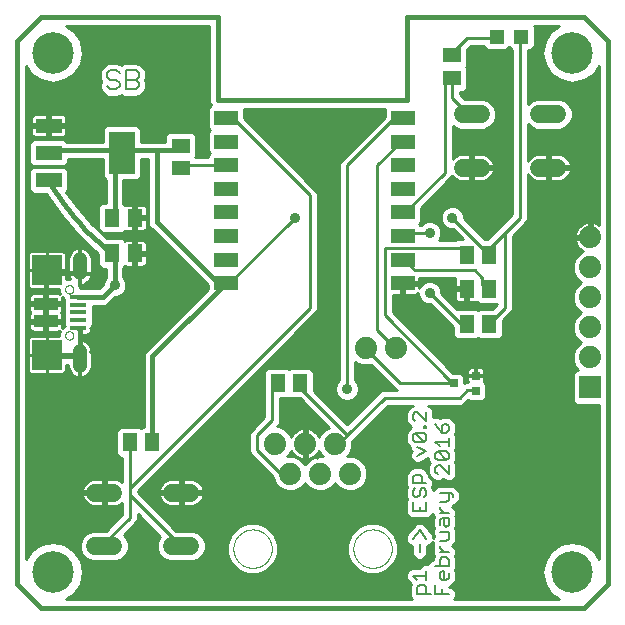
<source format=gtl>
G75*
%MOIN*%
%OFA0B0*%
%FSLAX25Y25*%
%IPPOS*%
%LPD*%
%AMOC8*
5,1,8,0,0,1.08239X$1,22.5*
%
%ADD10C,0.01600*%
%ADD11C,0.00600*%
%ADD12R,0.05118X0.05906*%
%ADD13R,0.04724X0.04724*%
%ADD14C,0.07400*%
%ADD15C,0.00000*%
%ADD16R,0.05906X0.05118*%
%ADD17C,0.06000*%
%ADD18C,0.13843*%
%ADD19R,0.08800X0.04800*%
%ADD20R,0.08661X0.14173*%
%ADD21R,0.07874X0.04724*%
%ADD22R,0.07874X0.03937*%
%ADD23R,0.05315X0.01575*%
%ADD24C,0.04756*%
%ADD25R,0.09843X0.09843*%
%ADD26R,0.07400X0.07400*%
%ADD27R,0.02756X0.02756*%
%ADD28C,0.01000*%
%ADD29R,0.03562X0.03562*%
%ADD30C,0.03600*%
D10*
X0011093Y0013715D02*
X0192195Y0013715D01*
X0200069Y0021589D01*
X0200069Y0202691D01*
X0192195Y0210565D01*
X0133140Y0210565D01*
X0133140Y0183006D01*
X0070148Y0183006D01*
X0070148Y0210565D01*
X0011093Y0210565D01*
X0003219Y0202691D01*
X0003219Y0021589D01*
X0011093Y0013715D01*
X0048258Y0068794D02*
X0048258Y0097455D01*
X0072667Y0121865D01*
X0070719Y0121215D02*
X0049675Y0142258D01*
X0049675Y0166215D01*
X0057628Y0166215D01*
X0057628Y0167731D01*
X0049675Y0166215D02*
X0038219Y0166215D01*
X0038057Y0165329D02*
X0036289Y0163561D01*
X0036289Y0160959D01*
X0035719Y0160388D01*
X0035719Y0143715D01*
X0034911Y0131825D02*
X0035719Y0131018D01*
X0035719Y0121215D01*
X0031762Y0117258D01*
X0023593Y0117258D01*
X0024085Y0125132D02*
X0014242Y0125132D01*
X0013061Y0126313D01*
X0012667Y0125920D01*
X0012667Y0115093D01*
X0023593Y0107022D02*
X0024085Y0106530D01*
X0024085Y0099148D01*
X0022904Y0097967D01*
X0013061Y0097967D01*
X0013061Y0097573D02*
X0022904Y0097573D01*
X0024478Y0099148D01*
X0035719Y0163715D02*
X0035719Y0166215D01*
X0015719Y0166215D01*
X0013655Y0156229D02*
X0014611Y0154567D01*
X0015607Y0152929D01*
X0016643Y0151315D01*
X0017717Y0149727D01*
X0018830Y0148166D01*
X0019980Y0146632D01*
X0021168Y0145127D01*
X0022391Y0143651D01*
X0023651Y0142205D01*
X0024945Y0140790D01*
X0026273Y0139407D01*
X0027634Y0138057D01*
X0029028Y0136741D01*
X0030453Y0135459D01*
X0031909Y0134211D01*
X0033396Y0133000D01*
X0034911Y0131825D01*
D11*
X0034114Y0186456D02*
X0033046Y0187523D01*
X0034114Y0186456D02*
X0036249Y0186456D01*
X0037316Y0187523D01*
X0037316Y0188591D01*
X0036249Y0189659D01*
X0034114Y0189659D01*
X0033046Y0190726D01*
X0033046Y0191794D01*
X0034114Y0192861D01*
X0036249Y0192861D01*
X0037316Y0191794D01*
X0039492Y0192861D02*
X0042694Y0192861D01*
X0043762Y0191794D01*
X0043762Y0190726D01*
X0042694Y0189659D01*
X0039492Y0189659D01*
X0042694Y0189659D02*
X0043762Y0188591D01*
X0043762Y0187523D01*
X0042694Y0186456D01*
X0039492Y0186456D01*
X0039492Y0192861D01*
X0135843Y0078831D02*
X0135109Y0078097D01*
X0135109Y0076629D01*
X0135843Y0075895D01*
X0138779Y0074327D02*
X0139513Y0074327D01*
X0139513Y0073593D01*
X0138779Y0073593D01*
X0138779Y0074327D01*
X0139513Y0075895D02*
X0136577Y0078831D01*
X0135843Y0078831D01*
X0139513Y0078831D02*
X0139513Y0075895D01*
X0142609Y0074994D02*
X0143343Y0073526D01*
X0144811Y0072058D01*
X0144811Y0074260D01*
X0145545Y0074994D01*
X0146279Y0074994D01*
X0147013Y0074260D01*
X0147013Y0072792D01*
X0146279Y0072058D01*
X0144811Y0072058D01*
X0147013Y0070390D02*
X0147013Y0067454D01*
X0147013Y0068922D02*
X0142609Y0068922D01*
X0144077Y0067454D01*
X0143343Y0065786D02*
X0142609Y0065052D01*
X0142609Y0063584D01*
X0143343Y0062850D01*
X0146279Y0062850D01*
X0143343Y0065786D01*
X0146279Y0065786D01*
X0147013Y0065052D01*
X0147013Y0063584D01*
X0146279Y0062850D01*
X0147013Y0061182D02*
X0147013Y0058246D01*
X0144077Y0061182D01*
X0143343Y0061182D01*
X0142609Y0060448D01*
X0142609Y0058980D01*
X0143343Y0058246D01*
X0139513Y0055177D02*
X0135109Y0055177D01*
X0135109Y0057379D01*
X0135843Y0058113D01*
X0137311Y0058113D01*
X0138045Y0057379D01*
X0138045Y0055177D01*
X0138045Y0053509D02*
X0138779Y0053509D01*
X0139513Y0052775D01*
X0139513Y0051307D01*
X0138779Y0050573D01*
X0137311Y0051307D02*
X0137311Y0052775D01*
X0138045Y0053509D01*
X0135843Y0053509D02*
X0135109Y0052775D01*
X0135109Y0051307D01*
X0135843Y0050573D01*
X0136577Y0050573D01*
X0137311Y0051307D01*
X0135109Y0048905D02*
X0135109Y0045969D01*
X0139513Y0045969D01*
X0139513Y0048905D01*
X0137311Y0047437D02*
X0137311Y0045969D01*
X0137311Y0039697D02*
X0139513Y0036761D01*
X0137311Y0035093D02*
X0137311Y0032157D01*
X0135109Y0036761D02*
X0137311Y0039697D01*
X0144077Y0038930D02*
X0147013Y0038930D01*
X0147013Y0036728D01*
X0146279Y0035994D01*
X0144077Y0035994D01*
X0144077Y0034359D02*
X0144077Y0033625D01*
X0145545Y0032157D01*
X0147013Y0032157D02*
X0144077Y0032157D01*
X0144811Y0030489D02*
X0144077Y0029755D01*
X0144077Y0027554D01*
X0142609Y0027554D02*
X0147013Y0027554D01*
X0147013Y0029755D01*
X0146279Y0030489D01*
X0144811Y0030489D01*
X0144811Y0025885D02*
X0145545Y0025885D01*
X0145545Y0022950D01*
X0146279Y0022950D02*
X0144811Y0022950D01*
X0144077Y0023684D01*
X0144077Y0025151D01*
X0144811Y0025885D01*
X0147013Y0025151D02*
X0147013Y0023684D01*
X0146279Y0022950D01*
X0144811Y0019814D02*
X0144811Y0018346D01*
X0142609Y0018346D02*
X0142609Y0021282D01*
X0139513Y0020548D02*
X0139513Y0018346D01*
X0140981Y0018346D02*
X0136577Y0018346D01*
X0136577Y0020548D01*
X0137311Y0021282D01*
X0138779Y0021282D01*
X0139513Y0020548D01*
X0139513Y0022950D02*
X0139513Y0025885D01*
X0139513Y0024418D02*
X0135109Y0024418D01*
X0136577Y0022950D01*
X0142609Y0018346D02*
X0147013Y0018346D01*
X0146279Y0040598D02*
X0145545Y0041332D01*
X0145545Y0043534D01*
X0144811Y0043534D02*
X0147013Y0043534D01*
X0147013Y0041332D01*
X0146279Y0040598D01*
X0144077Y0041332D02*
X0144077Y0042800D01*
X0144811Y0043534D01*
X0144077Y0045202D02*
X0147013Y0045202D01*
X0145545Y0045202D02*
X0144077Y0046670D01*
X0144077Y0047404D01*
X0144077Y0049038D02*
X0146279Y0049038D01*
X0147013Y0049772D01*
X0147013Y0051974D01*
X0147747Y0051974D02*
X0144077Y0051974D01*
X0147747Y0051974D02*
X0148481Y0051240D01*
X0148481Y0050506D01*
X0139513Y0065853D02*
X0136577Y0064385D01*
X0136577Y0067321D02*
X0139513Y0065853D01*
X0138779Y0068989D02*
X0135843Y0071925D01*
X0138779Y0071925D01*
X0139513Y0071191D01*
X0139513Y0069723D01*
X0138779Y0068989D01*
X0135843Y0068989D01*
X0135109Y0069723D01*
X0135109Y0071191D01*
X0135843Y0071925D01*
D12*
X0153022Y0108203D03*
X0160502Y0108203D03*
X0160502Y0120014D03*
X0153022Y0120014D03*
X0153022Y0131431D03*
X0160502Y0131431D03*
X0097510Y0088518D03*
X0090030Y0088518D03*
X0048258Y0068794D03*
X0040778Y0068794D03*
X0042392Y0131825D03*
X0034911Y0131825D03*
X0034911Y0143636D03*
X0042392Y0143636D03*
D13*
X0162982Y0204109D03*
X0171250Y0204109D03*
D14*
X0194163Y0137140D03*
X0194163Y0127140D03*
X0194163Y0117140D03*
X0194163Y0107140D03*
X0194163Y0097140D03*
X0129360Y0100329D03*
X0119360Y0100329D03*
X0109144Y0068400D03*
X0099144Y0068400D03*
X0089144Y0068400D03*
X0094144Y0058400D03*
X0104144Y0058400D03*
X0114144Y0058400D03*
D15*
X0115244Y0033400D02*
X0115246Y0033560D01*
X0115252Y0033719D01*
X0115262Y0033878D01*
X0115276Y0034037D01*
X0115294Y0034196D01*
X0115315Y0034354D01*
X0115341Y0034511D01*
X0115371Y0034668D01*
X0115404Y0034824D01*
X0115442Y0034979D01*
X0115483Y0035133D01*
X0115528Y0035286D01*
X0115577Y0035438D01*
X0115630Y0035589D01*
X0115686Y0035738D01*
X0115747Y0035886D01*
X0115810Y0036032D01*
X0115878Y0036177D01*
X0115949Y0036320D01*
X0116023Y0036461D01*
X0116101Y0036600D01*
X0116183Y0036737D01*
X0116268Y0036872D01*
X0116356Y0037005D01*
X0116448Y0037136D01*
X0116542Y0037264D01*
X0116640Y0037390D01*
X0116741Y0037514D01*
X0116845Y0037635D01*
X0116952Y0037753D01*
X0117062Y0037869D01*
X0117175Y0037982D01*
X0117291Y0038092D01*
X0117409Y0038199D01*
X0117530Y0038303D01*
X0117654Y0038404D01*
X0117780Y0038502D01*
X0117908Y0038596D01*
X0118039Y0038688D01*
X0118172Y0038776D01*
X0118307Y0038861D01*
X0118444Y0038943D01*
X0118583Y0039021D01*
X0118724Y0039095D01*
X0118867Y0039166D01*
X0119012Y0039234D01*
X0119158Y0039297D01*
X0119306Y0039358D01*
X0119455Y0039414D01*
X0119606Y0039467D01*
X0119758Y0039516D01*
X0119911Y0039561D01*
X0120065Y0039602D01*
X0120220Y0039640D01*
X0120376Y0039673D01*
X0120533Y0039703D01*
X0120690Y0039729D01*
X0120848Y0039750D01*
X0121007Y0039768D01*
X0121166Y0039782D01*
X0121325Y0039792D01*
X0121484Y0039798D01*
X0121644Y0039800D01*
X0121804Y0039798D01*
X0121963Y0039792D01*
X0122122Y0039782D01*
X0122281Y0039768D01*
X0122440Y0039750D01*
X0122598Y0039729D01*
X0122755Y0039703D01*
X0122912Y0039673D01*
X0123068Y0039640D01*
X0123223Y0039602D01*
X0123377Y0039561D01*
X0123530Y0039516D01*
X0123682Y0039467D01*
X0123833Y0039414D01*
X0123982Y0039358D01*
X0124130Y0039297D01*
X0124276Y0039234D01*
X0124421Y0039166D01*
X0124564Y0039095D01*
X0124705Y0039021D01*
X0124844Y0038943D01*
X0124981Y0038861D01*
X0125116Y0038776D01*
X0125249Y0038688D01*
X0125380Y0038596D01*
X0125508Y0038502D01*
X0125634Y0038404D01*
X0125758Y0038303D01*
X0125879Y0038199D01*
X0125997Y0038092D01*
X0126113Y0037982D01*
X0126226Y0037869D01*
X0126336Y0037753D01*
X0126443Y0037635D01*
X0126547Y0037514D01*
X0126648Y0037390D01*
X0126746Y0037264D01*
X0126840Y0037136D01*
X0126932Y0037005D01*
X0127020Y0036872D01*
X0127105Y0036737D01*
X0127187Y0036600D01*
X0127265Y0036461D01*
X0127339Y0036320D01*
X0127410Y0036177D01*
X0127478Y0036032D01*
X0127541Y0035886D01*
X0127602Y0035738D01*
X0127658Y0035589D01*
X0127711Y0035438D01*
X0127760Y0035286D01*
X0127805Y0035133D01*
X0127846Y0034979D01*
X0127884Y0034824D01*
X0127917Y0034668D01*
X0127947Y0034511D01*
X0127973Y0034354D01*
X0127994Y0034196D01*
X0128012Y0034037D01*
X0128026Y0033878D01*
X0128036Y0033719D01*
X0128042Y0033560D01*
X0128044Y0033400D01*
X0128042Y0033240D01*
X0128036Y0033081D01*
X0128026Y0032922D01*
X0128012Y0032763D01*
X0127994Y0032604D01*
X0127973Y0032446D01*
X0127947Y0032289D01*
X0127917Y0032132D01*
X0127884Y0031976D01*
X0127846Y0031821D01*
X0127805Y0031667D01*
X0127760Y0031514D01*
X0127711Y0031362D01*
X0127658Y0031211D01*
X0127602Y0031062D01*
X0127541Y0030914D01*
X0127478Y0030768D01*
X0127410Y0030623D01*
X0127339Y0030480D01*
X0127265Y0030339D01*
X0127187Y0030200D01*
X0127105Y0030063D01*
X0127020Y0029928D01*
X0126932Y0029795D01*
X0126840Y0029664D01*
X0126746Y0029536D01*
X0126648Y0029410D01*
X0126547Y0029286D01*
X0126443Y0029165D01*
X0126336Y0029047D01*
X0126226Y0028931D01*
X0126113Y0028818D01*
X0125997Y0028708D01*
X0125879Y0028601D01*
X0125758Y0028497D01*
X0125634Y0028396D01*
X0125508Y0028298D01*
X0125380Y0028204D01*
X0125249Y0028112D01*
X0125116Y0028024D01*
X0124981Y0027939D01*
X0124844Y0027857D01*
X0124705Y0027779D01*
X0124564Y0027705D01*
X0124421Y0027634D01*
X0124276Y0027566D01*
X0124130Y0027503D01*
X0123982Y0027442D01*
X0123833Y0027386D01*
X0123682Y0027333D01*
X0123530Y0027284D01*
X0123377Y0027239D01*
X0123223Y0027198D01*
X0123068Y0027160D01*
X0122912Y0027127D01*
X0122755Y0027097D01*
X0122598Y0027071D01*
X0122440Y0027050D01*
X0122281Y0027032D01*
X0122122Y0027018D01*
X0121963Y0027008D01*
X0121804Y0027002D01*
X0121644Y0027000D01*
X0121484Y0027002D01*
X0121325Y0027008D01*
X0121166Y0027018D01*
X0121007Y0027032D01*
X0120848Y0027050D01*
X0120690Y0027071D01*
X0120533Y0027097D01*
X0120376Y0027127D01*
X0120220Y0027160D01*
X0120065Y0027198D01*
X0119911Y0027239D01*
X0119758Y0027284D01*
X0119606Y0027333D01*
X0119455Y0027386D01*
X0119306Y0027442D01*
X0119158Y0027503D01*
X0119012Y0027566D01*
X0118867Y0027634D01*
X0118724Y0027705D01*
X0118583Y0027779D01*
X0118444Y0027857D01*
X0118307Y0027939D01*
X0118172Y0028024D01*
X0118039Y0028112D01*
X0117908Y0028204D01*
X0117780Y0028298D01*
X0117654Y0028396D01*
X0117530Y0028497D01*
X0117409Y0028601D01*
X0117291Y0028708D01*
X0117175Y0028818D01*
X0117062Y0028931D01*
X0116952Y0029047D01*
X0116845Y0029165D01*
X0116741Y0029286D01*
X0116640Y0029410D01*
X0116542Y0029536D01*
X0116448Y0029664D01*
X0116356Y0029795D01*
X0116268Y0029928D01*
X0116183Y0030063D01*
X0116101Y0030200D01*
X0116023Y0030339D01*
X0115949Y0030480D01*
X0115878Y0030623D01*
X0115810Y0030768D01*
X0115747Y0030914D01*
X0115686Y0031062D01*
X0115630Y0031211D01*
X0115577Y0031362D01*
X0115528Y0031514D01*
X0115483Y0031667D01*
X0115442Y0031821D01*
X0115404Y0031976D01*
X0115371Y0032132D01*
X0115341Y0032289D01*
X0115315Y0032446D01*
X0115294Y0032604D01*
X0115276Y0032763D01*
X0115262Y0032922D01*
X0115252Y0033081D01*
X0115246Y0033240D01*
X0115244Y0033400D01*
X0075244Y0033400D02*
X0075246Y0033560D01*
X0075252Y0033719D01*
X0075262Y0033878D01*
X0075276Y0034037D01*
X0075294Y0034196D01*
X0075315Y0034354D01*
X0075341Y0034511D01*
X0075371Y0034668D01*
X0075404Y0034824D01*
X0075442Y0034979D01*
X0075483Y0035133D01*
X0075528Y0035286D01*
X0075577Y0035438D01*
X0075630Y0035589D01*
X0075686Y0035738D01*
X0075747Y0035886D01*
X0075810Y0036032D01*
X0075878Y0036177D01*
X0075949Y0036320D01*
X0076023Y0036461D01*
X0076101Y0036600D01*
X0076183Y0036737D01*
X0076268Y0036872D01*
X0076356Y0037005D01*
X0076448Y0037136D01*
X0076542Y0037264D01*
X0076640Y0037390D01*
X0076741Y0037514D01*
X0076845Y0037635D01*
X0076952Y0037753D01*
X0077062Y0037869D01*
X0077175Y0037982D01*
X0077291Y0038092D01*
X0077409Y0038199D01*
X0077530Y0038303D01*
X0077654Y0038404D01*
X0077780Y0038502D01*
X0077908Y0038596D01*
X0078039Y0038688D01*
X0078172Y0038776D01*
X0078307Y0038861D01*
X0078444Y0038943D01*
X0078583Y0039021D01*
X0078724Y0039095D01*
X0078867Y0039166D01*
X0079012Y0039234D01*
X0079158Y0039297D01*
X0079306Y0039358D01*
X0079455Y0039414D01*
X0079606Y0039467D01*
X0079758Y0039516D01*
X0079911Y0039561D01*
X0080065Y0039602D01*
X0080220Y0039640D01*
X0080376Y0039673D01*
X0080533Y0039703D01*
X0080690Y0039729D01*
X0080848Y0039750D01*
X0081007Y0039768D01*
X0081166Y0039782D01*
X0081325Y0039792D01*
X0081484Y0039798D01*
X0081644Y0039800D01*
X0081804Y0039798D01*
X0081963Y0039792D01*
X0082122Y0039782D01*
X0082281Y0039768D01*
X0082440Y0039750D01*
X0082598Y0039729D01*
X0082755Y0039703D01*
X0082912Y0039673D01*
X0083068Y0039640D01*
X0083223Y0039602D01*
X0083377Y0039561D01*
X0083530Y0039516D01*
X0083682Y0039467D01*
X0083833Y0039414D01*
X0083982Y0039358D01*
X0084130Y0039297D01*
X0084276Y0039234D01*
X0084421Y0039166D01*
X0084564Y0039095D01*
X0084705Y0039021D01*
X0084844Y0038943D01*
X0084981Y0038861D01*
X0085116Y0038776D01*
X0085249Y0038688D01*
X0085380Y0038596D01*
X0085508Y0038502D01*
X0085634Y0038404D01*
X0085758Y0038303D01*
X0085879Y0038199D01*
X0085997Y0038092D01*
X0086113Y0037982D01*
X0086226Y0037869D01*
X0086336Y0037753D01*
X0086443Y0037635D01*
X0086547Y0037514D01*
X0086648Y0037390D01*
X0086746Y0037264D01*
X0086840Y0037136D01*
X0086932Y0037005D01*
X0087020Y0036872D01*
X0087105Y0036737D01*
X0087187Y0036600D01*
X0087265Y0036461D01*
X0087339Y0036320D01*
X0087410Y0036177D01*
X0087478Y0036032D01*
X0087541Y0035886D01*
X0087602Y0035738D01*
X0087658Y0035589D01*
X0087711Y0035438D01*
X0087760Y0035286D01*
X0087805Y0035133D01*
X0087846Y0034979D01*
X0087884Y0034824D01*
X0087917Y0034668D01*
X0087947Y0034511D01*
X0087973Y0034354D01*
X0087994Y0034196D01*
X0088012Y0034037D01*
X0088026Y0033878D01*
X0088036Y0033719D01*
X0088042Y0033560D01*
X0088044Y0033400D01*
X0088042Y0033240D01*
X0088036Y0033081D01*
X0088026Y0032922D01*
X0088012Y0032763D01*
X0087994Y0032604D01*
X0087973Y0032446D01*
X0087947Y0032289D01*
X0087917Y0032132D01*
X0087884Y0031976D01*
X0087846Y0031821D01*
X0087805Y0031667D01*
X0087760Y0031514D01*
X0087711Y0031362D01*
X0087658Y0031211D01*
X0087602Y0031062D01*
X0087541Y0030914D01*
X0087478Y0030768D01*
X0087410Y0030623D01*
X0087339Y0030480D01*
X0087265Y0030339D01*
X0087187Y0030200D01*
X0087105Y0030063D01*
X0087020Y0029928D01*
X0086932Y0029795D01*
X0086840Y0029664D01*
X0086746Y0029536D01*
X0086648Y0029410D01*
X0086547Y0029286D01*
X0086443Y0029165D01*
X0086336Y0029047D01*
X0086226Y0028931D01*
X0086113Y0028818D01*
X0085997Y0028708D01*
X0085879Y0028601D01*
X0085758Y0028497D01*
X0085634Y0028396D01*
X0085508Y0028298D01*
X0085380Y0028204D01*
X0085249Y0028112D01*
X0085116Y0028024D01*
X0084981Y0027939D01*
X0084844Y0027857D01*
X0084705Y0027779D01*
X0084564Y0027705D01*
X0084421Y0027634D01*
X0084276Y0027566D01*
X0084130Y0027503D01*
X0083982Y0027442D01*
X0083833Y0027386D01*
X0083682Y0027333D01*
X0083530Y0027284D01*
X0083377Y0027239D01*
X0083223Y0027198D01*
X0083068Y0027160D01*
X0082912Y0027127D01*
X0082755Y0027097D01*
X0082598Y0027071D01*
X0082440Y0027050D01*
X0082281Y0027032D01*
X0082122Y0027018D01*
X0081963Y0027008D01*
X0081804Y0027002D01*
X0081644Y0027000D01*
X0081484Y0027002D01*
X0081325Y0027008D01*
X0081166Y0027018D01*
X0081007Y0027032D01*
X0080848Y0027050D01*
X0080690Y0027071D01*
X0080533Y0027097D01*
X0080376Y0027127D01*
X0080220Y0027160D01*
X0080065Y0027198D01*
X0079911Y0027239D01*
X0079758Y0027284D01*
X0079606Y0027333D01*
X0079455Y0027386D01*
X0079306Y0027442D01*
X0079158Y0027503D01*
X0079012Y0027566D01*
X0078867Y0027634D01*
X0078724Y0027705D01*
X0078583Y0027779D01*
X0078444Y0027857D01*
X0078307Y0027939D01*
X0078172Y0028024D01*
X0078039Y0028112D01*
X0077908Y0028204D01*
X0077780Y0028298D01*
X0077654Y0028396D01*
X0077530Y0028497D01*
X0077409Y0028601D01*
X0077291Y0028708D01*
X0077175Y0028818D01*
X0077062Y0028931D01*
X0076952Y0029047D01*
X0076845Y0029165D01*
X0076741Y0029286D01*
X0076640Y0029410D01*
X0076542Y0029536D01*
X0076448Y0029664D01*
X0076356Y0029795D01*
X0076268Y0029928D01*
X0076183Y0030063D01*
X0076101Y0030200D01*
X0076023Y0030339D01*
X0075949Y0030480D01*
X0075878Y0030623D01*
X0075810Y0030768D01*
X0075747Y0030914D01*
X0075686Y0031062D01*
X0075630Y0031211D01*
X0075577Y0031362D01*
X0075528Y0031514D01*
X0075483Y0031667D01*
X0075442Y0031821D01*
X0075404Y0031976D01*
X0075371Y0032132D01*
X0075341Y0032289D01*
X0075315Y0032446D01*
X0075294Y0032604D01*
X0075276Y0032763D01*
X0075262Y0032922D01*
X0075252Y0033081D01*
X0075246Y0033240D01*
X0075244Y0033400D01*
X0014242Y0096786D02*
X0011880Y0096786D01*
X0011814Y0096794D01*
X0011750Y0096806D01*
X0011686Y0096822D01*
X0011623Y0096841D01*
X0011562Y0096865D01*
X0011502Y0096892D01*
X0011444Y0096922D01*
X0011388Y0096956D01*
X0011334Y0096993D01*
X0011282Y0097034D01*
X0011233Y0097078D01*
X0011186Y0097124D01*
X0011143Y0097173D01*
X0011102Y0097225D01*
X0011065Y0097279D01*
X0011031Y0097335D01*
X0011001Y0097393D01*
X0010974Y0097453D01*
X0010950Y0097514D01*
X0010931Y0097577D01*
X0010915Y0097641D01*
X0010903Y0097705D01*
X0010895Y0097771D01*
X0010891Y0097836D01*
X0010891Y0097902D01*
X0010895Y0097967D01*
X0010891Y0098032D01*
X0010891Y0098098D01*
X0010895Y0098163D01*
X0010903Y0098229D01*
X0010915Y0098293D01*
X0010931Y0098357D01*
X0010950Y0098420D01*
X0010974Y0098481D01*
X0011001Y0098541D01*
X0011031Y0098599D01*
X0011065Y0098655D01*
X0011102Y0098709D01*
X0011143Y0098761D01*
X0011186Y0098810D01*
X0011233Y0098856D01*
X0011282Y0098900D01*
X0011334Y0098941D01*
X0011388Y0098978D01*
X0011444Y0099012D01*
X0011502Y0099042D01*
X0011562Y0099069D01*
X0011623Y0099093D01*
X0011686Y0099112D01*
X0011750Y0099128D01*
X0011814Y0099140D01*
X0011880Y0099148D01*
X0014242Y0099148D01*
X0014305Y0099140D01*
X0014367Y0099129D01*
X0014429Y0099114D01*
X0014489Y0099096D01*
X0014549Y0099074D01*
X0014607Y0099049D01*
X0014663Y0099020D01*
X0014718Y0098988D01*
X0014770Y0098953D01*
X0014821Y0098915D01*
X0014869Y0098875D01*
X0014915Y0098831D01*
X0014958Y0098785D01*
X0014999Y0098736D01*
X0015037Y0098685D01*
X0015071Y0098633D01*
X0015103Y0098578D01*
X0015131Y0098521D01*
X0015156Y0098463D01*
X0015177Y0098403D01*
X0015195Y0098343D01*
X0015209Y0098281D01*
X0015220Y0098219D01*
X0015227Y0098156D01*
X0015231Y0098093D01*
X0015230Y0098030D01*
X0015227Y0097967D01*
X0015230Y0097904D01*
X0015231Y0097841D01*
X0015227Y0097778D01*
X0015220Y0097715D01*
X0015209Y0097653D01*
X0015195Y0097591D01*
X0015177Y0097531D01*
X0015156Y0097471D01*
X0015131Y0097413D01*
X0015103Y0097356D01*
X0015071Y0097301D01*
X0015037Y0097249D01*
X0014999Y0097198D01*
X0014958Y0097149D01*
X0014915Y0097103D01*
X0014869Y0097059D01*
X0014821Y0097019D01*
X0014770Y0096981D01*
X0014718Y0096946D01*
X0014663Y0096914D01*
X0014607Y0096885D01*
X0014549Y0096860D01*
X0014489Y0096838D01*
X0014429Y0096820D01*
X0014367Y0096805D01*
X0014305Y0096794D01*
X0014242Y0096786D01*
X0019163Y0104463D02*
X0019165Y0104537D01*
X0019171Y0104611D01*
X0019181Y0104684D01*
X0019195Y0104757D01*
X0019212Y0104829D01*
X0019234Y0104899D01*
X0019259Y0104969D01*
X0019288Y0105037D01*
X0019321Y0105103D01*
X0019357Y0105168D01*
X0019397Y0105230D01*
X0019439Y0105291D01*
X0019485Y0105349D01*
X0019534Y0105404D01*
X0019586Y0105457D01*
X0019641Y0105507D01*
X0019698Y0105553D01*
X0019758Y0105597D01*
X0019820Y0105637D01*
X0019884Y0105674D01*
X0019950Y0105708D01*
X0020018Y0105738D01*
X0020087Y0105764D01*
X0020158Y0105787D01*
X0020229Y0105805D01*
X0020302Y0105820D01*
X0020375Y0105831D01*
X0020449Y0105838D01*
X0020523Y0105841D01*
X0020596Y0105840D01*
X0020670Y0105835D01*
X0020744Y0105826D01*
X0020817Y0105813D01*
X0020889Y0105796D01*
X0020960Y0105776D01*
X0021030Y0105751D01*
X0021098Y0105723D01*
X0021165Y0105692D01*
X0021230Y0105656D01*
X0021293Y0105618D01*
X0021354Y0105576D01*
X0021413Y0105530D01*
X0021469Y0105482D01*
X0021522Y0105431D01*
X0021572Y0105377D01*
X0021620Y0105320D01*
X0021664Y0105261D01*
X0021706Y0105199D01*
X0021744Y0105136D01*
X0021778Y0105070D01*
X0021809Y0105003D01*
X0021836Y0104934D01*
X0021859Y0104864D01*
X0021879Y0104793D01*
X0021895Y0104720D01*
X0021907Y0104647D01*
X0021915Y0104574D01*
X0021919Y0104500D01*
X0021919Y0104426D01*
X0021915Y0104352D01*
X0021907Y0104279D01*
X0021895Y0104206D01*
X0021879Y0104133D01*
X0021859Y0104062D01*
X0021836Y0103992D01*
X0021809Y0103923D01*
X0021778Y0103856D01*
X0021744Y0103790D01*
X0021706Y0103727D01*
X0021664Y0103665D01*
X0021620Y0103606D01*
X0021572Y0103549D01*
X0021522Y0103495D01*
X0021469Y0103444D01*
X0021413Y0103396D01*
X0021354Y0103350D01*
X0021293Y0103308D01*
X0021230Y0103270D01*
X0021165Y0103234D01*
X0021098Y0103203D01*
X0021030Y0103175D01*
X0020960Y0103150D01*
X0020889Y0103130D01*
X0020817Y0103113D01*
X0020744Y0103100D01*
X0020670Y0103091D01*
X0020596Y0103086D01*
X0020523Y0103085D01*
X0020449Y0103088D01*
X0020375Y0103095D01*
X0020302Y0103106D01*
X0020229Y0103121D01*
X0020158Y0103139D01*
X0020087Y0103162D01*
X0020018Y0103188D01*
X0019950Y0103218D01*
X0019884Y0103252D01*
X0019820Y0103289D01*
X0019758Y0103329D01*
X0019698Y0103373D01*
X0019641Y0103419D01*
X0019586Y0103469D01*
X0019534Y0103522D01*
X0019485Y0103577D01*
X0019439Y0103635D01*
X0019397Y0103696D01*
X0019357Y0103758D01*
X0019321Y0103823D01*
X0019288Y0103889D01*
X0019259Y0103957D01*
X0019234Y0104027D01*
X0019212Y0104097D01*
X0019195Y0104169D01*
X0019181Y0104242D01*
X0019171Y0104315D01*
X0019165Y0104389D01*
X0019163Y0104463D01*
X0019163Y0119817D02*
X0019165Y0119891D01*
X0019171Y0119965D01*
X0019181Y0120038D01*
X0019195Y0120111D01*
X0019212Y0120183D01*
X0019234Y0120253D01*
X0019259Y0120323D01*
X0019288Y0120391D01*
X0019321Y0120457D01*
X0019357Y0120522D01*
X0019397Y0120584D01*
X0019439Y0120645D01*
X0019485Y0120703D01*
X0019534Y0120758D01*
X0019586Y0120811D01*
X0019641Y0120861D01*
X0019698Y0120907D01*
X0019758Y0120951D01*
X0019820Y0120991D01*
X0019884Y0121028D01*
X0019950Y0121062D01*
X0020018Y0121092D01*
X0020087Y0121118D01*
X0020158Y0121141D01*
X0020229Y0121159D01*
X0020302Y0121174D01*
X0020375Y0121185D01*
X0020449Y0121192D01*
X0020523Y0121195D01*
X0020596Y0121194D01*
X0020670Y0121189D01*
X0020744Y0121180D01*
X0020817Y0121167D01*
X0020889Y0121150D01*
X0020960Y0121130D01*
X0021030Y0121105D01*
X0021098Y0121077D01*
X0021165Y0121046D01*
X0021230Y0121010D01*
X0021293Y0120972D01*
X0021354Y0120930D01*
X0021413Y0120884D01*
X0021469Y0120836D01*
X0021522Y0120785D01*
X0021572Y0120731D01*
X0021620Y0120674D01*
X0021664Y0120615D01*
X0021706Y0120553D01*
X0021744Y0120490D01*
X0021778Y0120424D01*
X0021809Y0120357D01*
X0021836Y0120288D01*
X0021859Y0120218D01*
X0021879Y0120147D01*
X0021895Y0120074D01*
X0021907Y0120001D01*
X0021915Y0119928D01*
X0021919Y0119854D01*
X0021919Y0119780D01*
X0021915Y0119706D01*
X0021907Y0119633D01*
X0021895Y0119560D01*
X0021879Y0119487D01*
X0021859Y0119416D01*
X0021836Y0119346D01*
X0021809Y0119277D01*
X0021778Y0119210D01*
X0021744Y0119144D01*
X0021706Y0119081D01*
X0021664Y0119019D01*
X0021620Y0118960D01*
X0021572Y0118903D01*
X0021522Y0118849D01*
X0021469Y0118798D01*
X0021413Y0118750D01*
X0021354Y0118704D01*
X0021293Y0118662D01*
X0021230Y0118624D01*
X0021165Y0118588D01*
X0021098Y0118557D01*
X0021030Y0118529D01*
X0020960Y0118504D01*
X0020889Y0118484D01*
X0020817Y0118467D01*
X0020744Y0118454D01*
X0020670Y0118445D01*
X0020596Y0118440D01*
X0020523Y0118439D01*
X0020449Y0118442D01*
X0020375Y0118449D01*
X0020302Y0118460D01*
X0020229Y0118475D01*
X0020158Y0118493D01*
X0020087Y0118516D01*
X0020018Y0118542D01*
X0019950Y0118572D01*
X0019884Y0118606D01*
X0019820Y0118643D01*
X0019758Y0118683D01*
X0019698Y0118727D01*
X0019641Y0118773D01*
X0019586Y0118823D01*
X0019534Y0118876D01*
X0019485Y0118931D01*
X0019439Y0118989D01*
X0019397Y0119050D01*
X0019357Y0119112D01*
X0019321Y0119177D01*
X0019288Y0119243D01*
X0019259Y0119311D01*
X0019234Y0119381D01*
X0019212Y0119451D01*
X0019195Y0119523D01*
X0019181Y0119596D01*
X0019171Y0119669D01*
X0019165Y0119743D01*
X0019163Y0119817D01*
X0014242Y0125132D02*
X0011880Y0125132D01*
X0011814Y0125140D01*
X0011750Y0125152D01*
X0011686Y0125168D01*
X0011623Y0125187D01*
X0011562Y0125211D01*
X0011502Y0125238D01*
X0011444Y0125268D01*
X0011388Y0125302D01*
X0011334Y0125339D01*
X0011282Y0125380D01*
X0011233Y0125424D01*
X0011186Y0125470D01*
X0011143Y0125519D01*
X0011102Y0125571D01*
X0011065Y0125625D01*
X0011031Y0125681D01*
X0011001Y0125739D01*
X0010974Y0125799D01*
X0010950Y0125860D01*
X0010931Y0125923D01*
X0010915Y0125987D01*
X0010903Y0126051D01*
X0010895Y0126117D01*
X0010891Y0126182D01*
X0010891Y0126248D01*
X0010895Y0126313D01*
X0010895Y0126314D02*
X0010891Y0126379D01*
X0010891Y0126445D01*
X0010895Y0126510D01*
X0010903Y0126576D01*
X0010915Y0126640D01*
X0010931Y0126704D01*
X0010950Y0126767D01*
X0010974Y0126828D01*
X0011001Y0126888D01*
X0011031Y0126946D01*
X0011065Y0127002D01*
X0011102Y0127056D01*
X0011143Y0127108D01*
X0011186Y0127157D01*
X0011233Y0127203D01*
X0011282Y0127247D01*
X0011334Y0127288D01*
X0011388Y0127325D01*
X0011444Y0127359D01*
X0011502Y0127389D01*
X0011562Y0127416D01*
X0011623Y0127440D01*
X0011686Y0127459D01*
X0011750Y0127475D01*
X0011814Y0127487D01*
X0011880Y0127495D01*
X0011880Y0127494D02*
X0014242Y0127494D01*
X0014242Y0127495D02*
X0014305Y0127487D01*
X0014367Y0127476D01*
X0014429Y0127461D01*
X0014489Y0127443D01*
X0014549Y0127421D01*
X0014607Y0127396D01*
X0014663Y0127367D01*
X0014718Y0127335D01*
X0014770Y0127300D01*
X0014821Y0127262D01*
X0014869Y0127222D01*
X0014915Y0127178D01*
X0014958Y0127132D01*
X0014999Y0127083D01*
X0015037Y0127032D01*
X0015071Y0126980D01*
X0015103Y0126925D01*
X0015131Y0126868D01*
X0015156Y0126810D01*
X0015177Y0126750D01*
X0015195Y0126690D01*
X0015209Y0126628D01*
X0015220Y0126566D01*
X0015227Y0126503D01*
X0015231Y0126440D01*
X0015230Y0126377D01*
X0015227Y0126314D01*
X0015227Y0126313D02*
X0015230Y0126250D01*
X0015231Y0126187D01*
X0015227Y0126124D01*
X0015220Y0126061D01*
X0015209Y0125999D01*
X0015195Y0125937D01*
X0015177Y0125877D01*
X0015156Y0125817D01*
X0015131Y0125759D01*
X0015103Y0125702D01*
X0015071Y0125647D01*
X0015037Y0125595D01*
X0014999Y0125544D01*
X0014958Y0125495D01*
X0014915Y0125449D01*
X0014869Y0125405D01*
X0014821Y0125365D01*
X0014770Y0125327D01*
X0014718Y0125292D01*
X0014663Y0125260D01*
X0014607Y0125231D01*
X0014549Y0125206D01*
X0014489Y0125184D01*
X0014429Y0125166D01*
X0014367Y0125151D01*
X0014305Y0125140D01*
X0014242Y0125132D01*
D16*
X0057628Y0160250D03*
X0057628Y0167731D03*
X0148179Y0190369D03*
X0148179Y0197849D03*
D17*
X0151670Y0178206D02*
X0157670Y0178206D01*
X0157670Y0160406D02*
X0151670Y0160406D01*
X0177270Y0160406D02*
X0183270Y0160406D01*
X0183270Y0178206D02*
X0177270Y0178206D01*
X0060869Y0052064D02*
X0054869Y0052064D01*
X0054869Y0034264D02*
X0060869Y0034264D01*
X0035269Y0034264D02*
X0029269Y0034264D01*
X0029269Y0052064D02*
X0035269Y0052064D01*
D18*
X0015030Y0025526D03*
X0015030Y0198754D03*
X0188258Y0198754D03*
X0188258Y0025526D03*
D19*
X0013656Y0156229D03*
X0013656Y0165329D03*
X0013656Y0174429D03*
D20*
X0038057Y0165329D03*
D21*
X0072667Y0169109D03*
X0072667Y0176983D03*
X0072667Y0161235D03*
X0072667Y0153361D03*
X0072667Y0145487D03*
X0072667Y0137613D03*
X0072667Y0129739D03*
X0072667Y0121865D03*
X0131722Y0121865D03*
X0131722Y0129739D03*
X0131722Y0137613D03*
X0131722Y0145487D03*
X0131722Y0153361D03*
X0131722Y0161235D03*
X0131722Y0169109D03*
X0131722Y0176983D03*
D22*
X0012667Y0115093D03*
X0012667Y0109187D03*
D23*
X0023593Y0109581D03*
X0023593Y0107022D03*
X0023593Y0112140D03*
X0023593Y0114699D03*
X0023593Y0117258D03*
D24*
X0024085Y0125132D02*
X0024085Y0129888D01*
X0024085Y0099148D02*
X0024085Y0094392D01*
D25*
X0013061Y0097967D03*
X0013061Y0126313D03*
D26*
X0194163Y0087140D03*
D27*
X0156073Y0085959D03*
X0156073Y0091077D03*
X0148789Y0088518D03*
D28*
X0148219Y0088715D01*
X0125719Y0111215D01*
X0125719Y0133715D01*
X0150719Y0133715D01*
X0153022Y0131431D01*
X0155719Y0126215D02*
X0135719Y0126215D01*
X0133219Y0128715D01*
X0131722Y0129739D01*
X0131722Y0137613D02*
X0133219Y0138715D01*
X0140719Y0138715D01*
X0138013Y0141524D02*
X0137080Y0141524D01*
X0137054Y0141550D02*
X0137759Y0142255D01*
X0137759Y0147079D01*
X0147191Y0156511D01*
X0147923Y0157242D01*
X0148098Y0157666D01*
X0148238Y0157474D01*
X0148739Y0156973D01*
X0149312Y0156557D01*
X0149943Y0156235D01*
X0150617Y0156016D01*
X0151316Y0155906D01*
X0154170Y0155906D01*
X0154170Y0159905D01*
X0155170Y0159905D01*
X0155170Y0155906D01*
X0158025Y0155906D01*
X0158724Y0156016D01*
X0159398Y0156235D01*
X0160029Y0156557D01*
X0160602Y0156973D01*
X0161103Y0157474D01*
X0161519Y0158047D01*
X0161841Y0158678D01*
X0162060Y0159352D01*
X0162147Y0159906D01*
X0155171Y0159906D01*
X0155171Y0160905D01*
X0162147Y0160905D01*
X0162060Y0161459D01*
X0161841Y0162133D01*
X0161519Y0162764D01*
X0161103Y0163337D01*
X0160602Y0163838D01*
X0160029Y0164254D01*
X0159398Y0164576D01*
X0158724Y0164795D01*
X0158025Y0164905D01*
X0155170Y0164905D01*
X0155170Y0160906D01*
X0154170Y0160906D01*
X0154170Y0164905D01*
X0151316Y0164905D01*
X0150617Y0164795D01*
X0149943Y0164576D01*
X0149312Y0164254D01*
X0148739Y0163838D01*
X0148318Y0163417D01*
X0148318Y0174345D01*
X0148782Y0173882D01*
X0150656Y0173106D01*
X0158685Y0173106D01*
X0160559Y0173882D01*
X0161994Y0175317D01*
X0162770Y0177191D01*
X0162770Y0179220D01*
X0161994Y0181094D01*
X0160559Y0182529D01*
X0158685Y0183305D01*
X0152305Y0183305D01*
X0150818Y0184792D01*
X0150818Y0185709D01*
X0152002Y0185709D01*
X0153232Y0186940D01*
X0153232Y0193797D01*
X0152921Y0194109D01*
X0153232Y0194420D01*
X0153232Y0200051D01*
X0154295Y0201115D01*
X0158520Y0201115D01*
X0158520Y0200877D01*
X0159750Y0199646D01*
X0166214Y0199646D01*
X0167116Y0200548D01*
X0168018Y0199646D01*
X0168119Y0199646D01*
X0168119Y0144792D01*
X0164246Y0140919D01*
X0163514Y0140188D01*
X0159811Y0136484D01*
X0159126Y0136484D01*
X0152118Y0143492D01*
X0152118Y0144491D01*
X0151525Y0145924D01*
X0150428Y0147021D01*
X0148994Y0147615D01*
X0147443Y0147615D01*
X0146009Y0147021D01*
X0144912Y0145924D01*
X0144319Y0144491D01*
X0144319Y0142939D01*
X0144912Y0141506D01*
X0146009Y0140409D01*
X0147443Y0139815D01*
X0148442Y0139815D01*
X0151772Y0136484D01*
X0149593Y0136484D01*
X0149423Y0136315D01*
X0143834Y0136315D01*
X0144025Y0136506D01*
X0144618Y0137939D01*
X0144618Y0139491D01*
X0144025Y0140924D01*
X0142928Y0142021D01*
X0141494Y0142615D01*
X0139943Y0142615D01*
X0138509Y0142021D01*
X0137803Y0141315D01*
X0137289Y0141315D01*
X0137054Y0141550D01*
X0137759Y0142523D02*
X0139721Y0142523D01*
X0141716Y0142523D02*
X0144491Y0142523D01*
X0144319Y0143521D02*
X0137759Y0143521D01*
X0137759Y0144520D02*
X0144331Y0144520D01*
X0144744Y0145518D02*
X0137759Y0145518D01*
X0137759Y0146517D02*
X0145505Y0146517D01*
X0147203Y0147515D02*
X0138196Y0147515D01*
X0139194Y0148514D02*
X0168119Y0148514D01*
X0168119Y0149513D02*
X0140193Y0149513D01*
X0141191Y0150511D02*
X0168119Y0150511D01*
X0168119Y0151510D02*
X0142190Y0151510D01*
X0143189Y0152508D02*
X0168119Y0152508D01*
X0168119Y0153507D02*
X0144187Y0153507D01*
X0145186Y0154505D02*
X0168119Y0154505D01*
X0168119Y0155504D02*
X0146184Y0155504D01*
X0147183Y0156502D02*
X0149419Y0156502D01*
X0148219Y0157501D02*
X0148030Y0157501D01*
X0145719Y0158715D02*
X0145719Y0188715D01*
X0148179Y0190369D01*
X0148219Y0188715D01*
X0148219Y0183715D01*
X0153219Y0178715D01*
X0154670Y0178206D01*
X0149760Y0173477D02*
X0148318Y0173477D01*
X0148318Y0172478D02*
X0168119Y0172478D01*
X0168119Y0171480D02*
X0148318Y0171480D01*
X0148318Y0170481D02*
X0168119Y0170481D01*
X0168119Y0169483D02*
X0148318Y0169483D01*
X0148318Y0168484D02*
X0168119Y0168484D01*
X0168119Y0167486D02*
X0148318Y0167486D01*
X0148318Y0166487D02*
X0168119Y0166487D01*
X0168119Y0165489D02*
X0148318Y0165489D01*
X0148318Y0164490D02*
X0149775Y0164490D01*
X0148393Y0163492D02*
X0148318Y0163492D01*
X0145719Y0158715D02*
X0133219Y0146215D01*
X0131722Y0145487D01*
X0143424Y0141524D02*
X0144905Y0141524D01*
X0144190Y0140526D02*
X0145892Y0140526D01*
X0144603Y0139527D02*
X0148729Y0139527D01*
X0149728Y0138529D02*
X0144618Y0138529D01*
X0144449Y0137530D02*
X0150726Y0137530D01*
X0151725Y0136532D02*
X0144036Y0136532D01*
X0148219Y0143715D02*
X0160502Y0131431D01*
X0160719Y0133715D01*
X0165719Y0138715D01*
X0165719Y0113715D01*
X0160719Y0108715D01*
X0160502Y0108203D01*
X0165161Y0108574D02*
X0188479Y0108574D01*
X0188363Y0108294D02*
X0189246Y0110426D01*
X0190878Y0112057D01*
X0191078Y0112140D01*
X0190878Y0112223D01*
X0189246Y0113855D01*
X0188363Y0115986D01*
X0188363Y0118294D01*
X0189246Y0120426D01*
X0190878Y0122057D01*
X0191078Y0122140D01*
X0190878Y0122223D01*
X0189246Y0123855D01*
X0188363Y0125986D01*
X0188363Y0128294D01*
X0189246Y0130426D01*
X0190878Y0132057D01*
X0191875Y0132470D01*
X0191438Y0132693D01*
X0190776Y0133174D01*
X0190197Y0133753D01*
X0189716Y0134415D01*
X0189344Y0135144D01*
X0189091Y0135922D01*
X0188978Y0136640D01*
X0193663Y0136640D01*
X0193663Y0137640D01*
X0188978Y0137640D01*
X0189091Y0138358D01*
X0189344Y0139136D01*
X0189716Y0139866D01*
X0190197Y0140528D01*
X0190776Y0141106D01*
X0191438Y0141588D01*
X0192167Y0141959D01*
X0192946Y0142212D01*
X0193663Y0142326D01*
X0193663Y0137640D01*
X0194663Y0137640D01*
X0194663Y0142326D01*
X0195381Y0142212D01*
X0196159Y0141959D01*
X0196889Y0141588D01*
X0197169Y0141384D01*
X0197169Y0194372D01*
X0195355Y0191657D01*
X0192099Y0189481D01*
X0188258Y0188717D01*
X0184417Y0189481D01*
X0181161Y0191657D01*
X0178985Y0194913D01*
X0178221Y0198754D01*
X0178985Y0202595D01*
X0181161Y0205852D01*
X0183875Y0207665D01*
X0175388Y0207665D01*
X0175712Y0207341D01*
X0175712Y0200877D01*
X0174482Y0199646D01*
X0173318Y0199646D01*
X0173318Y0181466D01*
X0174382Y0182529D01*
X0176256Y0183305D01*
X0184285Y0183305D01*
X0186159Y0182529D01*
X0187594Y0181094D01*
X0188370Y0179220D01*
X0188370Y0177191D01*
X0187594Y0175317D01*
X0186159Y0173882D01*
X0184285Y0173106D01*
X0176256Y0173106D01*
X0174382Y0173882D01*
X0173318Y0174945D01*
X0173318Y0162561D01*
X0173422Y0162764D01*
X0173838Y0163337D01*
X0174339Y0163838D01*
X0174912Y0164254D01*
X0175543Y0164576D01*
X0176217Y0164795D01*
X0176916Y0164905D01*
X0179770Y0164905D01*
X0179770Y0160906D01*
X0180770Y0160906D01*
X0180770Y0164905D01*
X0183625Y0164905D01*
X0184324Y0164795D01*
X0184998Y0164576D01*
X0185629Y0164254D01*
X0186202Y0163838D01*
X0186703Y0163337D01*
X0187119Y0162764D01*
X0187441Y0162133D01*
X0187660Y0161459D01*
X0187747Y0160905D01*
X0180771Y0160905D01*
X0180771Y0159906D01*
X0187747Y0159906D01*
X0187660Y0159352D01*
X0187441Y0158678D01*
X0187119Y0158047D01*
X0186703Y0157474D01*
X0186202Y0156973D01*
X0185629Y0156557D01*
X0184998Y0156235D01*
X0184324Y0156016D01*
X0183625Y0155906D01*
X0180770Y0155906D01*
X0180770Y0159905D01*
X0179770Y0159905D01*
X0179770Y0155906D01*
X0176916Y0155906D01*
X0176217Y0156016D01*
X0175543Y0156235D01*
X0174912Y0156557D01*
X0174339Y0156973D01*
X0173838Y0157474D01*
X0173422Y0158047D01*
X0173318Y0158250D01*
X0173318Y0143198D01*
X0172923Y0142242D01*
X0168318Y0137638D01*
X0168318Y0113198D01*
X0167923Y0112242D01*
X0167191Y0111511D01*
X0165161Y0109481D01*
X0165161Y0104381D01*
X0163931Y0103150D01*
X0157073Y0103150D01*
X0156762Y0103462D01*
X0156451Y0103150D01*
X0149593Y0103150D01*
X0148363Y0104381D01*
X0148363Y0107394D01*
X0140942Y0114815D01*
X0139943Y0114815D01*
X0138509Y0115409D01*
X0137412Y0116506D01*
X0136819Y0117939D01*
X0136819Y0118540D01*
X0136580Y0118302D01*
X0136238Y0118105D01*
X0135857Y0118002D01*
X0132222Y0118002D01*
X0132222Y0121365D01*
X0131222Y0121365D01*
X0131222Y0118002D01*
X0128318Y0118002D01*
X0128318Y0112292D01*
X0148614Y0091996D01*
X0151037Y0091996D01*
X0152267Y0090766D01*
X0152267Y0088635D01*
X0152701Y0088815D01*
X0153203Y0088815D01*
X0153374Y0088986D01*
X0153297Y0089120D01*
X0153195Y0089502D01*
X0153195Y0090888D01*
X0155884Y0090888D01*
X0155884Y0091266D01*
X0153195Y0091266D01*
X0153195Y0092653D01*
X0153297Y0093034D01*
X0153495Y0093376D01*
X0153774Y0093655D01*
X0154116Y0093853D01*
X0154497Y0093955D01*
X0155884Y0093955D01*
X0155884Y0091266D01*
X0156262Y0091266D01*
X0158951Y0091266D01*
X0158951Y0092653D01*
X0158849Y0093034D01*
X0158651Y0093376D01*
X0158372Y0093655D01*
X0158030Y0093853D01*
X0157648Y0093955D01*
X0156262Y0093955D01*
X0156262Y0091266D01*
X0156262Y0090888D01*
X0158951Y0090888D01*
X0158951Y0089502D01*
X0158849Y0089120D01*
X0158771Y0088986D01*
X0159551Y0088207D01*
X0159551Y0083711D01*
X0158321Y0082481D01*
X0153825Y0082481D01*
X0153493Y0082813D01*
X0152923Y0082242D01*
X0152191Y0081511D01*
X0151236Y0081115D01*
X0140269Y0081115D01*
X0140872Y0080865D01*
X0141548Y0080190D01*
X0141913Y0079308D01*
X0141913Y0077329D01*
X0141963Y0077354D01*
X0142915Y0077422D01*
X0143821Y0077120D01*
X0144065Y0076908D01*
X0144175Y0077018D01*
X0144186Y0077029D01*
X0144186Y0077029D01*
X0144544Y0077177D01*
X0145068Y0077394D01*
X0146756Y0077394D01*
X0147266Y0077183D01*
X0147639Y0077029D01*
X0148314Y0076353D01*
X0148314Y0076353D01*
X0148372Y0076295D01*
X0148372Y0076295D01*
X0149048Y0075619D01*
X0149048Y0075619D01*
X0149048Y0075619D01*
X0149115Y0075458D01*
X0149413Y0074737D01*
X0149413Y0072315D01*
X0149113Y0071591D01*
X0149413Y0070867D01*
X0149413Y0066977D01*
X0149113Y0066253D01*
X0149413Y0065530D01*
X0149413Y0063107D01*
X0149113Y0062383D01*
X0149413Y0061660D01*
X0149413Y0057769D01*
X0149048Y0056887D01*
X0148372Y0056212D01*
X0147490Y0055846D01*
X0146536Y0055846D01*
X0145653Y0056212D01*
X0145178Y0056687D01*
X0144703Y0056212D01*
X0143821Y0055846D01*
X0142866Y0055846D01*
X0141984Y0056212D01*
X0140575Y0057621D01*
X0140209Y0058503D01*
X0140209Y0060926D01*
X0140516Y0061667D01*
X0140575Y0061808D01*
X0140575Y0061808D01*
X0140783Y0062016D01*
X0140575Y0062225D01*
X0140209Y0063107D01*
X0140209Y0063518D01*
X0137223Y0062025D01*
X0136271Y0061957D01*
X0135365Y0062259D01*
X0134644Y0062885D01*
X0134217Y0063739D01*
X0134149Y0064691D01*
X0134451Y0065597D01*
X0134673Y0065853D01*
X0134451Y0066109D01*
X0134149Y0067015D01*
X0134168Y0067270D01*
X0133750Y0067688D01*
X0133075Y0068363D01*
X0132709Y0069245D01*
X0132709Y0071668D01*
X0133008Y0072388D01*
X0133075Y0072550D01*
X0133075Y0072550D01*
X0133750Y0073225D01*
X0133809Y0073284D01*
X0133809Y0073284D01*
X0134434Y0073910D01*
X0133075Y0075269D01*
X0132709Y0076151D01*
X0132709Y0078574D01*
X0133016Y0079315D01*
X0133075Y0079456D01*
X0133075Y0079456D01*
X0133075Y0079456D01*
X0133750Y0080131D01*
X0133750Y0080131D01*
X0133809Y0080190D01*
X0133809Y0080190D01*
X0134473Y0080854D01*
X0134484Y0080865D01*
X0134484Y0080865D01*
X0134842Y0081013D01*
X0135087Y0081115D01*
X0126795Y0081115D01*
X0115423Y0069742D01*
X0114944Y0069263D01*
X0114944Y0067246D01*
X0114061Y0065115D01*
X0113146Y0064200D01*
X0115297Y0064200D01*
X0117429Y0063317D01*
X0119061Y0061685D01*
X0119944Y0059554D01*
X0119944Y0057246D01*
X0119061Y0055115D01*
X0117429Y0053483D01*
X0115297Y0052600D01*
X0112990Y0052600D01*
X0110858Y0053483D01*
X0109227Y0055115D01*
X0109144Y0055315D01*
X0109061Y0055115D01*
X0107429Y0053483D01*
X0105297Y0052600D01*
X0102990Y0052600D01*
X0100858Y0053483D01*
X0099227Y0055115D01*
X0099144Y0055315D01*
X0099061Y0055115D01*
X0097429Y0053483D01*
X0095297Y0052600D01*
X0092990Y0052600D01*
X0090858Y0053483D01*
X0089227Y0055115D01*
X0088344Y0057246D01*
X0088344Y0057413D01*
X0081014Y0064742D01*
X0080619Y0065698D01*
X0080619Y0071732D01*
X0081014Y0072688D01*
X0081746Y0073419D01*
X0085619Y0077292D01*
X0085619Y0084447D01*
X0085370Y0084695D01*
X0085370Y0092341D01*
X0086601Y0093571D01*
X0093458Y0093571D01*
X0093770Y0093260D01*
X0094081Y0093571D01*
X0100939Y0093571D01*
X0102169Y0092341D01*
X0102169Y0085941D01*
X0113219Y0074892D01*
X0124246Y0085919D01*
X0125201Y0086315D01*
X0129719Y0086315D01*
X0129246Y0086511D01*
X0121018Y0094738D01*
X0120514Y0094529D01*
X0118207Y0094529D01*
X0116075Y0095412D01*
X0115789Y0095698D01*
X0115729Y0089515D01*
X0116407Y0088838D01*
X0117000Y0087404D01*
X0117000Y0085853D01*
X0116407Y0084419D01*
X0115310Y0083322D01*
X0113876Y0082728D01*
X0112325Y0082728D01*
X0110891Y0083322D01*
X0109794Y0084419D01*
X0109200Y0085853D01*
X0109200Y0087404D01*
X0109794Y0088838D01*
X0110529Y0089572D01*
X0110619Y0098727D01*
X0110619Y0161732D01*
X0111014Y0162688D01*
X0111746Y0163419D01*
X0125685Y0177359D01*
X0125685Y0180106D01*
X0078704Y0180106D01*
X0078704Y0176906D01*
X0102191Y0153419D01*
X0102923Y0152688D01*
X0103318Y0151732D01*
X0103318Y0113198D01*
X0102923Y0112242D01*
X0043318Y0052638D01*
X0043318Y0052292D01*
X0056247Y0039364D01*
X0061883Y0039364D01*
X0063758Y0038587D01*
X0065192Y0037153D01*
X0065969Y0035278D01*
X0065969Y0033249D01*
X0065192Y0031375D01*
X0063758Y0029940D01*
X0061883Y0029164D01*
X0053854Y0029164D01*
X0051980Y0029940D01*
X0050545Y0031375D01*
X0049769Y0033249D01*
X0049769Y0035278D01*
X0050545Y0037153D01*
X0050825Y0037432D01*
X0043318Y0044938D01*
X0043318Y0043198D01*
X0042923Y0042242D01*
X0038713Y0038032D01*
X0039592Y0037153D01*
X0040369Y0035278D01*
X0040369Y0033249D01*
X0039592Y0031375D01*
X0038158Y0029940D01*
X0036283Y0029164D01*
X0028254Y0029164D01*
X0026380Y0029940D01*
X0024945Y0031375D01*
X0024169Y0033249D01*
X0024169Y0035278D01*
X0024945Y0037153D01*
X0026380Y0038587D01*
X0028254Y0039364D01*
X0032690Y0039364D01*
X0038119Y0044792D01*
X0038119Y0048572D01*
X0037627Y0048215D01*
X0036996Y0047893D01*
X0036323Y0047675D01*
X0035623Y0047564D01*
X0032769Y0047564D01*
X0032769Y0051564D01*
X0031769Y0051564D01*
X0024792Y0051564D01*
X0024880Y0051010D01*
X0025099Y0050336D01*
X0025420Y0049705D01*
X0025836Y0049132D01*
X0026337Y0048631D01*
X0026910Y0048215D01*
X0027541Y0047893D01*
X0028215Y0047675D01*
X0028915Y0047564D01*
X0031769Y0047564D01*
X0031769Y0051564D01*
X0031769Y0052564D01*
X0031769Y0056564D01*
X0028915Y0056564D01*
X0028215Y0056453D01*
X0027541Y0056234D01*
X0026910Y0055913D01*
X0026337Y0055496D01*
X0025836Y0054995D01*
X0025420Y0054422D01*
X0025099Y0053791D01*
X0024880Y0053118D01*
X0024792Y0052564D01*
X0031769Y0052564D01*
X0032769Y0052564D01*
X0032769Y0056564D01*
X0035623Y0056564D01*
X0036323Y0056453D01*
X0036996Y0056234D01*
X0037627Y0055913D01*
X0038119Y0055556D01*
X0038119Y0063741D01*
X0037349Y0063741D01*
X0036119Y0064971D01*
X0036119Y0072616D01*
X0037349Y0073846D01*
X0044206Y0073846D01*
X0044518Y0073535D01*
X0044829Y0073846D01*
X0045358Y0073846D01*
X0045358Y0098032D01*
X0045799Y0099098D01*
X0066630Y0119929D01*
X0066630Y0121202D01*
X0048032Y0139800D01*
X0047217Y0140616D01*
X0046775Y0141681D01*
X0046775Y0163315D01*
X0044488Y0163315D01*
X0044488Y0157373D01*
X0043258Y0156143D01*
X0038618Y0156143D01*
X0038618Y0148411D01*
X0039120Y0147909D01*
X0039254Y0147987D01*
X0039635Y0148089D01*
X0041892Y0148089D01*
X0041892Y0144136D01*
X0042892Y0144136D01*
X0046451Y0144136D01*
X0046451Y0146786D01*
X0046349Y0147168D01*
X0046151Y0147510D01*
X0045872Y0147789D01*
X0045530Y0147987D01*
X0045148Y0148089D01*
X0042892Y0148089D01*
X0042892Y0144136D01*
X0042892Y0143136D01*
X0046451Y0143136D01*
X0046451Y0140486D01*
X0046349Y0140104D01*
X0046151Y0139762D01*
X0045872Y0139483D01*
X0045530Y0139286D01*
X0045148Y0139183D01*
X0042892Y0139183D01*
X0042892Y0143136D01*
X0041892Y0143136D01*
X0041892Y0139183D01*
X0039635Y0139183D01*
X0039254Y0139286D01*
X0039120Y0139363D01*
X0038340Y0138583D01*
X0031483Y0138583D01*
X0030252Y0139814D01*
X0030252Y0147459D01*
X0031483Y0148689D01*
X0032819Y0148689D01*
X0032819Y0156181D01*
X0031626Y0157373D01*
X0031626Y0163315D01*
X0020156Y0163315D01*
X0020156Y0162059D01*
X0018926Y0160829D01*
X0008386Y0160829D01*
X0007156Y0162059D01*
X0007156Y0168599D01*
X0008386Y0169829D01*
X0018926Y0169829D01*
X0019640Y0169115D01*
X0031626Y0169115D01*
X0031626Y0173286D01*
X0032857Y0174516D01*
X0043258Y0174516D01*
X0044488Y0173286D01*
X0044488Y0169115D01*
X0052575Y0169115D01*
X0052575Y0171160D01*
X0053805Y0172390D01*
X0061451Y0172390D01*
X0062681Y0171160D01*
X0062681Y0164302D01*
X0062369Y0163991D01*
X0062545Y0163815D01*
X0066630Y0163815D01*
X0066630Y0164467D01*
X0067335Y0165172D01*
X0066630Y0165877D01*
X0066630Y0172341D01*
X0067335Y0173046D01*
X0066630Y0173751D01*
X0066630Y0180215D01*
X0067734Y0181319D01*
X0067689Y0181364D01*
X0067248Y0182429D01*
X0067248Y0207665D01*
X0019412Y0207665D01*
X0022127Y0205852D01*
X0024302Y0202595D01*
X0025067Y0198754D01*
X0024302Y0194913D01*
X0022127Y0191657D01*
X0018871Y0189481D01*
X0015030Y0188717D01*
X0011189Y0189481D01*
X0007932Y0191657D01*
X0006118Y0194372D01*
X0006118Y0029909D01*
X0007932Y0032623D01*
X0011189Y0034799D01*
X0015030Y0035563D01*
X0018871Y0034799D01*
X0022127Y0032623D01*
X0024302Y0029367D01*
X0025067Y0025526D01*
X0024302Y0021685D01*
X0022127Y0018429D01*
X0019412Y0016615D01*
X0134914Y0016615D01*
X0134543Y0016986D01*
X0134177Y0017868D01*
X0134177Y0021025D01*
X0134450Y0021683D01*
X0133750Y0022383D01*
X0133750Y0022383D01*
X0133075Y0023058D01*
X0132709Y0023940D01*
X0132709Y0024895D01*
X0133075Y0025777D01*
X0133750Y0026452D01*
X0134632Y0026817D01*
X0137301Y0026817D01*
X0137478Y0027245D01*
X0138153Y0027920D01*
X0139036Y0028285D01*
X0139990Y0028285D01*
X0140267Y0028171D01*
X0140575Y0028913D01*
X0141250Y0029588D01*
X0141677Y0029765D01*
X0141677Y0030233D01*
X0141977Y0030956D01*
X0141677Y0031680D01*
X0141677Y0032635D01*
X0141783Y0032891D01*
X0141677Y0033148D01*
X0141677Y0034837D01*
X0141818Y0035177D01*
X0141677Y0035517D01*
X0141677Y0035706D01*
X0141335Y0035128D01*
X0140571Y0034555D01*
X0139711Y0034335D01*
X0139711Y0031680D01*
X0139346Y0030798D01*
X0138671Y0030123D01*
X0137789Y0029757D01*
X0136834Y0029757D01*
X0135952Y0030123D01*
X0135277Y0030798D01*
X0134911Y0031680D01*
X0134911Y0034335D01*
X0134051Y0034555D01*
X0133287Y0035128D01*
X0132801Y0035949D01*
X0132666Y0036895D01*
X0132903Y0037819D01*
X0135313Y0041032D01*
X0135489Y0041331D01*
X0135597Y0041412D01*
X0135678Y0041519D01*
X0135976Y0041696D01*
X0136253Y0041904D01*
X0136383Y0041937D01*
X0136499Y0042006D01*
X0136842Y0042055D01*
X0137178Y0042141D01*
X0137311Y0042122D01*
X0137444Y0042141D01*
X0137780Y0042055D01*
X0138123Y0042006D01*
X0138239Y0041937D01*
X0138369Y0041904D01*
X0138646Y0041696D01*
X0138945Y0041519D01*
X0139025Y0041411D01*
X0139133Y0041331D01*
X0139310Y0041033D01*
X0141719Y0037819D01*
X0141917Y0037050D01*
X0142043Y0037354D01*
X0142151Y0037462D01*
X0142043Y0037570D01*
X0141677Y0038452D01*
X0141677Y0039407D01*
X0141977Y0040131D01*
X0141677Y0040855D01*
X0141677Y0043277D01*
X0141977Y0044001D01*
X0141677Y0044724D01*
X0141677Y0044923D01*
X0141548Y0044610D01*
X0140872Y0043935D01*
X0139990Y0043569D01*
X0134632Y0043569D01*
X0133750Y0043935D01*
X0133075Y0044610D01*
X0132709Y0045492D01*
X0132709Y0049382D01*
X0133009Y0050106D01*
X0132709Y0050830D01*
X0132709Y0053252D01*
X0133009Y0053976D01*
X0132709Y0054700D01*
X0132709Y0057856D01*
X0133008Y0058577D01*
X0133075Y0058738D01*
X0133075Y0058738D01*
X0133075Y0058738D01*
X0133750Y0059414D01*
X0133809Y0059472D01*
X0133809Y0059472D01*
X0134484Y0060148D01*
X0134856Y0060302D01*
X0135366Y0060513D01*
X0137789Y0060513D01*
X0138313Y0060296D01*
X0138671Y0060148D01*
X0138671Y0060148D01*
X0138681Y0060137D01*
X0139346Y0059472D01*
X0139346Y0059472D01*
X0139405Y0059414D01*
X0140080Y0058738D01*
X0140080Y0058738D01*
X0140080Y0058738D01*
X0140138Y0058597D01*
X0140445Y0057856D01*
X0140445Y0057389D01*
X0140872Y0057212D01*
X0141548Y0056537D01*
X0141913Y0055654D01*
X0141913Y0054700D01*
X0141613Y0053976D01*
X0141913Y0053252D01*
X0141913Y0053021D01*
X0142043Y0053334D01*
X0142718Y0054009D01*
X0143600Y0054374D01*
X0148224Y0054374D01*
X0148748Y0054157D01*
X0149106Y0054009D01*
X0149106Y0054009D01*
X0149117Y0053998D01*
X0149782Y0053334D01*
X0149782Y0053334D01*
X0149840Y0053275D01*
X0150516Y0052600D01*
X0150516Y0052600D01*
X0150516Y0052600D01*
X0150574Y0052459D01*
X0150881Y0051718D01*
X0150881Y0050029D01*
X0150516Y0049147D01*
X0149840Y0048472D01*
X0148958Y0048106D01*
X0148741Y0048106D01*
X0148372Y0047738D01*
X0148018Y0047383D01*
X0148372Y0047237D01*
X0149048Y0046561D01*
X0149413Y0045679D01*
X0149413Y0044724D01*
X0149265Y0044368D01*
X0149413Y0044011D01*
X0149413Y0040855D01*
X0149113Y0040131D01*
X0149413Y0039407D01*
X0149413Y0036251D01*
X0149048Y0035369D01*
X0148018Y0034339D01*
X0148372Y0034192D01*
X0149048Y0033517D01*
X0149413Y0032635D01*
X0149413Y0031680D01*
X0149113Y0030956D01*
X0149115Y0030953D01*
X0149413Y0030233D01*
X0149413Y0027076D01*
X0149113Y0026352D01*
X0149413Y0025629D01*
X0149413Y0023206D01*
X0149048Y0022324D01*
X0148314Y0021590D01*
X0147639Y0020915D01*
X0147230Y0020746D01*
X0147490Y0020746D01*
X0148372Y0020380D01*
X0149048Y0019705D01*
X0149413Y0018823D01*
X0149413Y0017868D01*
X0149048Y0016986D01*
X0148676Y0016615D01*
X0183875Y0016615D01*
X0181161Y0018429D01*
X0178985Y0021685D01*
X0178221Y0025526D01*
X0178985Y0029367D01*
X0181161Y0032623D01*
X0184417Y0034799D01*
X0188258Y0035563D01*
X0192099Y0034799D01*
X0195355Y0032623D01*
X0197169Y0029909D01*
X0197169Y0081340D01*
X0189594Y0081340D01*
X0188363Y0082570D01*
X0188363Y0091710D01*
X0189594Y0092940D01*
X0190161Y0092940D01*
X0189246Y0093855D01*
X0188363Y0095986D01*
X0188363Y0098294D01*
X0189246Y0100426D01*
X0190878Y0102057D01*
X0191078Y0102140D01*
X0190878Y0102223D01*
X0189246Y0103855D01*
X0188363Y0105986D01*
X0188363Y0108294D01*
X0188363Y0107575D02*
X0165161Y0107575D01*
X0165161Y0106577D02*
X0188363Y0106577D01*
X0188533Y0105578D02*
X0165161Y0105578D01*
X0165161Y0104579D02*
X0188946Y0104579D01*
X0189520Y0103581D02*
X0164361Y0103581D01*
X0165253Y0109572D02*
X0188893Y0109572D01*
X0189391Y0110571D02*
X0166251Y0110571D01*
X0167250Y0111569D02*
X0190390Y0111569D01*
X0190534Y0112568D02*
X0168057Y0112568D01*
X0168318Y0113566D02*
X0189535Y0113566D01*
X0188952Y0114565D02*
X0168318Y0114565D01*
X0168318Y0115563D02*
X0188539Y0115563D01*
X0188363Y0116562D02*
X0168318Y0116562D01*
X0168318Y0117560D02*
X0188363Y0117560D01*
X0188473Y0118559D02*
X0168318Y0118559D01*
X0168318Y0119557D02*
X0188887Y0119557D01*
X0189376Y0120556D02*
X0168318Y0120556D01*
X0168318Y0121554D02*
X0190375Y0121554D01*
X0190548Y0122553D02*
X0168318Y0122553D01*
X0168318Y0123551D02*
X0189550Y0123551D01*
X0188959Y0124550D02*
X0168318Y0124550D01*
X0168318Y0125548D02*
X0188545Y0125548D01*
X0188363Y0126547D02*
X0168318Y0126547D01*
X0168318Y0127545D02*
X0188363Y0127545D01*
X0188467Y0128544D02*
X0168318Y0128544D01*
X0168318Y0129542D02*
X0188881Y0129542D01*
X0189362Y0130541D02*
X0168318Y0130541D01*
X0168318Y0131539D02*
X0190360Y0131539D01*
X0191742Y0132538D02*
X0168318Y0132538D01*
X0168318Y0133536D02*
X0190413Y0133536D01*
X0189655Y0134535D02*
X0168318Y0134535D01*
X0168318Y0135533D02*
X0189218Y0135533D01*
X0188995Y0136532D02*
X0168318Y0136532D01*
X0168318Y0137530D02*
X0193663Y0137530D01*
X0193663Y0138529D02*
X0194663Y0138529D01*
X0194663Y0139527D02*
X0193663Y0139527D01*
X0193663Y0140526D02*
X0194663Y0140526D01*
X0194663Y0141524D02*
X0193663Y0141524D01*
X0191351Y0141524D02*
X0172205Y0141524D01*
X0173039Y0142523D02*
X0197169Y0142523D01*
X0197169Y0143521D02*
X0173318Y0143521D01*
X0173318Y0144520D02*
X0197169Y0144520D01*
X0197169Y0145518D02*
X0173318Y0145518D01*
X0173318Y0146517D02*
X0197169Y0146517D01*
X0197169Y0147515D02*
X0173318Y0147515D01*
X0173318Y0148514D02*
X0197169Y0148514D01*
X0197169Y0149513D02*
X0173318Y0149513D01*
X0173318Y0150511D02*
X0197169Y0150511D01*
X0197169Y0151510D02*
X0173318Y0151510D01*
X0173318Y0152508D02*
X0197169Y0152508D01*
X0197169Y0153507D02*
X0173318Y0153507D01*
X0173318Y0154505D02*
X0197169Y0154505D01*
X0197169Y0155504D02*
X0173318Y0155504D01*
X0173318Y0156502D02*
X0175019Y0156502D01*
X0173819Y0157501D02*
X0173318Y0157501D01*
X0168119Y0157501D02*
X0161122Y0157501D01*
X0161750Y0158499D02*
X0168119Y0158499D01*
X0168119Y0159498D02*
X0162083Y0159498D01*
X0162048Y0161495D02*
X0168119Y0161495D01*
X0168119Y0162493D02*
X0161657Y0162493D01*
X0160948Y0163492D02*
X0168119Y0163492D01*
X0168119Y0164490D02*
X0159566Y0164490D01*
X0155170Y0164490D02*
X0154170Y0164490D01*
X0154170Y0163492D02*
X0155170Y0163492D01*
X0155170Y0162493D02*
X0154170Y0162493D01*
X0154170Y0161495D02*
X0155170Y0161495D01*
X0155171Y0160496D02*
X0168119Y0160496D01*
X0168119Y0156502D02*
X0159922Y0156502D01*
X0155170Y0156502D02*
X0154170Y0156502D01*
X0154170Y0157501D02*
X0155170Y0157501D01*
X0155170Y0158499D02*
X0154170Y0158499D01*
X0154170Y0159498D02*
X0155170Y0159498D01*
X0149234Y0147515D02*
X0168119Y0147515D01*
X0168119Y0146517D02*
X0150932Y0146517D01*
X0151693Y0145518D02*
X0168119Y0145518D01*
X0167847Y0144520D02*
X0152106Y0144520D01*
X0152118Y0143521D02*
X0166848Y0143521D01*
X0165850Y0142523D02*
X0153087Y0142523D01*
X0154086Y0141524D02*
X0164851Y0141524D01*
X0163852Y0140526D02*
X0155084Y0140526D01*
X0156083Y0139527D02*
X0162854Y0139527D01*
X0161855Y0138529D02*
X0157082Y0138529D01*
X0158080Y0137530D02*
X0160857Y0137530D01*
X0159858Y0136532D02*
X0159079Y0136532D01*
X0165719Y0138715D02*
X0170719Y0143715D01*
X0170719Y0203715D01*
X0171250Y0204109D01*
X0175712Y0204431D02*
X0180211Y0204431D01*
X0180878Y0205429D02*
X0175712Y0205429D01*
X0175712Y0206428D02*
X0182023Y0206428D01*
X0183517Y0207426D02*
X0175627Y0207426D01*
X0175712Y0203432D02*
X0179544Y0203432D01*
X0178953Y0202434D02*
X0175712Y0202434D01*
X0175712Y0201435D02*
X0178754Y0201435D01*
X0178555Y0200437D02*
X0175272Y0200437D01*
X0173318Y0199438D02*
X0178357Y0199438D01*
X0178283Y0198440D02*
X0173318Y0198440D01*
X0173318Y0197441D02*
X0178482Y0197441D01*
X0178681Y0196443D02*
X0173318Y0196443D01*
X0173318Y0195444D02*
X0178879Y0195444D01*
X0179297Y0194446D02*
X0173318Y0194446D01*
X0173318Y0193447D02*
X0179965Y0193447D01*
X0180632Y0192448D02*
X0173318Y0192448D01*
X0173318Y0191450D02*
X0181471Y0191450D01*
X0182965Y0190451D02*
X0173318Y0190451D01*
X0173318Y0189453D02*
X0184560Y0189453D01*
X0191956Y0189453D02*
X0197169Y0189453D01*
X0197169Y0190451D02*
X0193551Y0190451D01*
X0195045Y0191450D02*
X0197169Y0191450D01*
X0197169Y0192448D02*
X0195884Y0192448D01*
X0196551Y0193447D02*
X0197169Y0193447D01*
X0197169Y0188454D02*
X0173318Y0188454D01*
X0173318Y0187456D02*
X0197169Y0187456D01*
X0197169Y0186457D02*
X0173318Y0186457D01*
X0173318Y0185459D02*
X0197169Y0185459D01*
X0197169Y0184460D02*
X0173318Y0184460D01*
X0173318Y0183462D02*
X0197169Y0183462D01*
X0197169Y0182463D02*
X0186225Y0182463D01*
X0187224Y0181465D02*
X0197169Y0181465D01*
X0197169Y0180466D02*
X0187854Y0180466D01*
X0188268Y0179468D02*
X0197169Y0179468D01*
X0197169Y0178469D02*
X0188370Y0178469D01*
X0188370Y0177471D02*
X0197169Y0177471D01*
X0197169Y0176472D02*
X0188073Y0176472D01*
X0187659Y0175474D02*
X0197169Y0175474D01*
X0197169Y0174475D02*
X0186753Y0174475D01*
X0185181Y0173477D02*
X0197169Y0173477D01*
X0197169Y0172478D02*
X0173318Y0172478D01*
X0173318Y0171480D02*
X0197169Y0171480D01*
X0197169Y0170481D02*
X0173318Y0170481D01*
X0173318Y0169483D02*
X0197169Y0169483D01*
X0197169Y0168484D02*
X0173318Y0168484D01*
X0173318Y0167486D02*
X0197169Y0167486D01*
X0197169Y0166487D02*
X0173318Y0166487D01*
X0173318Y0165489D02*
X0197169Y0165489D01*
X0197169Y0164490D02*
X0185166Y0164490D01*
X0186548Y0163492D02*
X0197169Y0163492D01*
X0197169Y0162493D02*
X0187257Y0162493D01*
X0187648Y0161495D02*
X0197169Y0161495D01*
X0197169Y0160496D02*
X0180771Y0160496D01*
X0180770Y0159498D02*
X0179770Y0159498D01*
X0179770Y0158499D02*
X0180770Y0158499D01*
X0180770Y0157501D02*
X0179770Y0157501D01*
X0179770Y0156502D02*
X0180770Y0156502D01*
X0185522Y0156502D02*
X0197169Y0156502D01*
X0197169Y0157501D02*
X0186722Y0157501D01*
X0187350Y0158499D02*
X0197169Y0158499D01*
X0197169Y0159498D02*
X0187683Y0159498D01*
X0180770Y0161495D02*
X0179770Y0161495D01*
X0179770Y0162493D02*
X0180770Y0162493D01*
X0180770Y0163492D02*
X0179770Y0163492D01*
X0179770Y0164490D02*
X0180770Y0164490D01*
X0175375Y0164490D02*
X0173318Y0164490D01*
X0173318Y0163492D02*
X0173993Y0163492D01*
X0173318Y0173477D02*
X0175360Y0173477D01*
X0173788Y0174475D02*
X0173318Y0174475D01*
X0168119Y0174475D02*
X0161153Y0174475D01*
X0162059Y0175474D02*
X0168119Y0175474D01*
X0168119Y0176472D02*
X0162473Y0176472D01*
X0162770Y0177471D02*
X0168119Y0177471D01*
X0168119Y0178469D02*
X0162770Y0178469D01*
X0162668Y0179468D02*
X0168119Y0179468D01*
X0168119Y0180466D02*
X0162254Y0180466D01*
X0161624Y0181465D02*
X0168119Y0181465D01*
X0168119Y0182463D02*
X0160625Y0182463D01*
X0168119Y0183462D02*
X0152149Y0183462D01*
X0151150Y0184460D02*
X0168119Y0184460D01*
X0168119Y0185459D02*
X0150818Y0185459D01*
X0152750Y0186457D02*
X0168119Y0186457D01*
X0168119Y0187456D02*
X0153232Y0187456D01*
X0153232Y0188454D02*
X0168119Y0188454D01*
X0168119Y0189453D02*
X0153232Y0189453D01*
X0153232Y0190451D02*
X0168119Y0190451D01*
X0168119Y0191450D02*
X0153232Y0191450D01*
X0153232Y0192448D02*
X0168119Y0192448D01*
X0168119Y0193447D02*
X0153232Y0193447D01*
X0153232Y0194446D02*
X0168119Y0194446D01*
X0168119Y0195444D02*
X0153232Y0195444D01*
X0153232Y0196443D02*
X0168119Y0196443D01*
X0168119Y0197441D02*
X0153232Y0197441D01*
X0153232Y0198440D02*
X0168119Y0198440D01*
X0168119Y0199438D02*
X0153232Y0199438D01*
X0153617Y0200437D02*
X0158960Y0200437D01*
X0160719Y0203715D02*
X0162982Y0204109D01*
X0160719Y0203715D02*
X0153219Y0203715D01*
X0148219Y0198715D01*
X0148179Y0197849D01*
X0167004Y0200437D02*
X0167228Y0200437D01*
X0173318Y0182463D02*
X0174316Y0182463D01*
X0168119Y0173477D02*
X0159581Y0173477D01*
X0131722Y0176983D02*
X0130719Y0176215D01*
X0128219Y0176215D01*
X0113219Y0161215D01*
X0113219Y0098715D01*
X0113100Y0086628D01*
X0110603Y0083611D02*
X0104500Y0083611D01*
X0105498Y0082612D02*
X0120939Y0082612D01*
X0119940Y0081614D02*
X0106497Y0081614D01*
X0107495Y0080615D02*
X0118942Y0080615D01*
X0117943Y0079617D02*
X0108494Y0079617D01*
X0109492Y0078618D02*
X0116945Y0078618D01*
X0115946Y0077620D02*
X0110491Y0077620D01*
X0111489Y0076621D02*
X0114948Y0076621D01*
X0113949Y0075623D02*
X0112488Y0075623D01*
X0113219Y0071215D02*
X0098219Y0086215D01*
X0097510Y0088518D01*
X0102169Y0088603D02*
X0109697Y0088603D01*
X0109284Y0087605D02*
X0102169Y0087605D01*
X0102169Y0086606D02*
X0109200Y0086606D01*
X0109302Y0085608D02*
X0102503Y0085608D01*
X0103501Y0084609D02*
X0109715Y0084609D01*
X0110529Y0089602D02*
X0102169Y0089602D01*
X0102169Y0090600D02*
X0110539Y0090600D01*
X0110549Y0091599D02*
X0102169Y0091599D01*
X0101912Y0092597D02*
X0110559Y0092597D01*
X0110568Y0093596D02*
X0084276Y0093596D01*
X0083278Y0092597D02*
X0085627Y0092597D01*
X0085370Y0091599D02*
X0082279Y0091599D01*
X0081281Y0090600D02*
X0085370Y0090600D01*
X0085370Y0089602D02*
X0080282Y0089602D01*
X0079284Y0088603D02*
X0085370Y0088603D01*
X0085370Y0087605D02*
X0078285Y0087605D01*
X0077287Y0086606D02*
X0085370Y0086606D01*
X0085370Y0085608D02*
X0076288Y0085608D01*
X0075290Y0084609D02*
X0085457Y0084609D01*
X0085619Y0083611D02*
X0074291Y0083611D01*
X0073293Y0082612D02*
X0085619Y0082612D01*
X0085619Y0081614D02*
X0072294Y0081614D01*
X0071296Y0080615D02*
X0085619Y0080615D01*
X0085619Y0079617D02*
X0070297Y0079617D01*
X0069299Y0078618D02*
X0085619Y0078618D01*
X0085619Y0077620D02*
X0068300Y0077620D01*
X0067302Y0076621D02*
X0084948Y0076621D01*
X0083949Y0075623D02*
X0066303Y0075623D01*
X0065305Y0074624D02*
X0082951Y0074624D01*
X0081952Y0073626D02*
X0064306Y0073626D01*
X0063308Y0072627D02*
X0080989Y0072627D01*
X0080619Y0071629D02*
X0062309Y0071629D01*
X0061311Y0070630D02*
X0080619Y0070630D01*
X0080619Y0069632D02*
X0060312Y0069632D01*
X0059314Y0068633D02*
X0080619Y0068633D01*
X0080619Y0067635D02*
X0058315Y0067635D01*
X0057317Y0066636D02*
X0080619Y0066636D01*
X0080643Y0065638D02*
X0056318Y0065638D01*
X0055320Y0064639D02*
X0081117Y0064639D01*
X0082116Y0063641D02*
X0054321Y0063641D01*
X0053323Y0062642D02*
X0083114Y0062642D01*
X0084113Y0061644D02*
X0052324Y0061644D01*
X0051325Y0060645D02*
X0085112Y0060645D01*
X0086110Y0059646D02*
X0050327Y0059646D01*
X0049328Y0058648D02*
X0087109Y0058648D01*
X0088107Y0057649D02*
X0048330Y0057649D01*
X0047331Y0056651D02*
X0088590Y0056651D01*
X0089004Y0055652D02*
X0063585Y0055652D01*
X0063800Y0055496D02*
X0063227Y0055913D01*
X0062596Y0056234D01*
X0061923Y0056453D01*
X0061223Y0056564D01*
X0058369Y0056564D01*
X0058369Y0052564D01*
X0057369Y0052564D01*
X0057369Y0056564D01*
X0054515Y0056564D01*
X0053815Y0056453D01*
X0053141Y0056234D01*
X0052510Y0055913D01*
X0051937Y0055496D01*
X0051436Y0054995D01*
X0051020Y0054422D01*
X0050699Y0053791D01*
X0050480Y0053118D01*
X0050392Y0052564D01*
X0057369Y0052564D01*
X0057369Y0051564D01*
X0050392Y0051564D01*
X0050480Y0051010D01*
X0050699Y0050336D01*
X0051020Y0049705D01*
X0051436Y0049132D01*
X0051937Y0048631D01*
X0052510Y0048215D01*
X0053141Y0047893D01*
X0053815Y0047675D01*
X0054515Y0047564D01*
X0057369Y0047564D01*
X0057369Y0051564D01*
X0058369Y0051564D01*
X0058369Y0052564D01*
X0065346Y0052564D01*
X0065258Y0053118D01*
X0065039Y0053791D01*
X0064718Y0054422D01*
X0064301Y0054995D01*
X0063800Y0055496D01*
X0064549Y0054654D02*
X0089687Y0054654D01*
X0090686Y0053655D02*
X0065083Y0053655D01*
X0065331Y0052657D02*
X0092853Y0052657D01*
X0095435Y0052657D02*
X0102853Y0052657D01*
X0100686Y0053655D02*
X0097602Y0053655D01*
X0098600Y0054654D02*
X0099687Y0054654D01*
X0093219Y0056215D02*
X0094144Y0058400D01*
X0093219Y0056215D02*
X0083219Y0066215D01*
X0083219Y0071215D01*
X0088219Y0076215D01*
X0088219Y0086215D01*
X0090030Y0088518D01*
X0090818Y0083465D02*
X0093458Y0083465D01*
X0093770Y0083777D01*
X0094081Y0083465D01*
X0097291Y0083465D01*
X0106976Y0073780D01*
X0105858Y0073317D01*
X0104227Y0071685D01*
X0103814Y0070688D01*
X0103591Y0071125D01*
X0103110Y0071788D01*
X0102531Y0072366D01*
X0101869Y0072847D01*
X0101140Y0073219D01*
X0100361Y0073472D01*
X0099644Y0073586D01*
X0099644Y0068900D01*
X0098644Y0068900D01*
X0098644Y0073586D01*
X0097926Y0073472D01*
X0097148Y0073219D01*
X0096418Y0072847D01*
X0095756Y0072366D01*
X0095177Y0071788D01*
X0094696Y0071125D01*
X0094474Y0070688D01*
X0094061Y0071685D01*
X0092429Y0073317D01*
X0090297Y0074200D01*
X0089880Y0074200D01*
X0090423Y0074742D01*
X0090818Y0075698D01*
X0090818Y0083465D01*
X0090818Y0082612D02*
X0098144Y0082612D01*
X0099143Y0081614D02*
X0090818Y0081614D01*
X0090818Y0080615D02*
X0100141Y0080615D01*
X0101140Y0079617D02*
X0090818Y0079617D01*
X0090818Y0078618D02*
X0102138Y0078618D01*
X0103137Y0077620D02*
X0090818Y0077620D01*
X0090818Y0076621D02*
X0104135Y0076621D01*
X0105134Y0075623D02*
X0090787Y0075623D01*
X0090305Y0074624D02*
X0106132Y0074624D01*
X0106603Y0073626D02*
X0091684Y0073626D01*
X0093119Y0072627D02*
X0096115Y0072627D01*
X0095062Y0071629D02*
X0094084Y0071629D01*
X0094474Y0066112D02*
X0094696Y0065675D01*
X0095177Y0065012D01*
X0095756Y0064434D01*
X0096418Y0063953D01*
X0097148Y0063581D01*
X0097926Y0063328D01*
X0098644Y0063214D01*
X0098644Y0067900D01*
X0099644Y0067900D01*
X0099644Y0063214D01*
X0100361Y0063328D01*
X0101140Y0063581D01*
X0101869Y0063953D01*
X0102531Y0064434D01*
X0103110Y0065012D01*
X0103591Y0065675D01*
X0103814Y0066112D01*
X0104227Y0065115D01*
X0105141Y0064200D01*
X0102990Y0064200D01*
X0103219Y0063715D01*
X0102990Y0064200D02*
X0100858Y0063317D01*
X0099227Y0061685D01*
X0099144Y0061485D01*
X0099061Y0061685D01*
X0097429Y0063317D01*
X0095297Y0064200D01*
X0093146Y0064200D01*
X0094061Y0065115D01*
X0094474Y0066112D01*
X0094277Y0065638D02*
X0094723Y0065638D01*
X0095551Y0064639D02*
X0093585Y0064639D01*
X0096648Y0063641D02*
X0097031Y0063641D01*
X0098104Y0062642D02*
X0100183Y0062642D01*
X0099644Y0063641D02*
X0098644Y0063641D01*
X0098644Y0064639D02*
X0099644Y0064639D01*
X0099644Y0065638D02*
X0098644Y0065638D01*
X0098644Y0066636D02*
X0099644Y0066636D01*
X0099644Y0067635D02*
X0098644Y0067635D01*
X0098644Y0069632D02*
X0099644Y0069632D01*
X0099644Y0070630D02*
X0098644Y0070630D01*
X0098644Y0071629D02*
X0099644Y0071629D01*
X0099644Y0072627D02*
X0098644Y0072627D01*
X0102172Y0072627D02*
X0105168Y0072627D01*
X0104203Y0071629D02*
X0103226Y0071629D01*
X0103564Y0065638D02*
X0104010Y0065638D01*
X0104702Y0064639D02*
X0102737Y0064639D01*
X0101639Y0063641D02*
X0101257Y0063641D01*
X0099209Y0061644D02*
X0099078Y0061644D01*
X0107602Y0053655D02*
X0110686Y0053655D01*
X0109687Y0054654D02*
X0108600Y0054654D01*
X0105435Y0052657D02*
X0112853Y0052657D01*
X0115435Y0052657D02*
X0132709Y0052657D01*
X0132709Y0051658D02*
X0058369Y0051658D01*
X0058369Y0051564D02*
X0065346Y0051564D01*
X0065258Y0051010D01*
X0065039Y0050336D01*
X0064718Y0049705D01*
X0064301Y0049132D01*
X0063800Y0048631D01*
X0063227Y0048215D01*
X0062596Y0047893D01*
X0061923Y0047675D01*
X0061223Y0047564D01*
X0058369Y0047564D01*
X0058369Y0051564D01*
X0058369Y0050660D02*
X0057369Y0050660D01*
X0057369Y0051658D02*
X0043952Y0051658D01*
X0043337Y0052657D02*
X0050407Y0052657D01*
X0050654Y0053655D02*
X0044336Y0053655D01*
X0045334Y0054654D02*
X0051188Y0054654D01*
X0052152Y0055652D02*
X0046333Y0055652D01*
X0044951Y0050660D02*
X0050593Y0050660D01*
X0051052Y0049661D02*
X0045949Y0049661D01*
X0046948Y0048663D02*
X0051906Y0048663D01*
X0053880Y0047664D02*
X0047946Y0047664D01*
X0048945Y0046666D02*
X0132709Y0046666D01*
X0132709Y0047664D02*
X0061858Y0047664D01*
X0063832Y0048663D02*
X0132709Y0048663D01*
X0132825Y0049661D02*
X0064686Y0049661D01*
X0065144Y0050660D02*
X0132780Y0050660D01*
X0132876Y0053655D02*
X0117602Y0053655D01*
X0118600Y0054654D02*
X0132728Y0054654D01*
X0132709Y0055652D02*
X0119283Y0055652D01*
X0119697Y0056651D02*
X0132709Y0056651D01*
X0132709Y0057649D02*
X0119944Y0057649D01*
X0119944Y0058648D02*
X0133037Y0058648D01*
X0133983Y0059646D02*
X0119905Y0059646D01*
X0119492Y0060645D02*
X0140209Y0060645D01*
X0140209Y0059646D02*
X0139172Y0059646D01*
X0140117Y0058648D02*
X0140209Y0058648D01*
X0140445Y0057649D02*
X0140563Y0057649D01*
X0141433Y0056651D02*
X0141544Y0056651D01*
X0141913Y0055652D02*
X0197169Y0055652D01*
X0197169Y0054654D02*
X0141894Y0054654D01*
X0141746Y0053655D02*
X0142364Y0053655D01*
X0145142Y0056651D02*
X0145214Y0056651D01*
X0148812Y0056651D02*
X0197169Y0056651D01*
X0197169Y0057649D02*
X0149363Y0057649D01*
X0149413Y0058648D02*
X0197169Y0058648D01*
X0197169Y0059646D02*
X0149413Y0059646D01*
X0149413Y0060645D02*
X0197169Y0060645D01*
X0197169Y0061644D02*
X0149413Y0061644D01*
X0149220Y0062642D02*
X0197169Y0062642D01*
X0197169Y0063641D02*
X0149413Y0063641D01*
X0149413Y0064639D02*
X0197169Y0064639D01*
X0197169Y0065638D02*
X0149368Y0065638D01*
X0149272Y0066636D02*
X0197169Y0066636D01*
X0197169Y0067635D02*
X0149413Y0067635D01*
X0149413Y0068633D02*
X0197169Y0068633D01*
X0197169Y0069632D02*
X0149413Y0069632D01*
X0149413Y0070630D02*
X0197169Y0070630D01*
X0197169Y0071629D02*
X0149129Y0071629D01*
X0149413Y0072627D02*
X0197169Y0072627D01*
X0197169Y0073626D02*
X0149413Y0073626D01*
X0149413Y0074624D02*
X0197169Y0074624D01*
X0197169Y0075623D02*
X0149044Y0075623D01*
X0148046Y0076621D02*
X0197169Y0076621D01*
X0197169Y0077620D02*
X0141913Y0077620D01*
X0141913Y0078618D02*
X0197169Y0078618D01*
X0197169Y0079617D02*
X0141785Y0079617D01*
X0141122Y0080615D02*
X0197169Y0080615D01*
X0189320Y0081614D02*
X0152294Y0081614D01*
X0153293Y0082612D02*
X0153694Y0082612D01*
X0150719Y0083715D02*
X0153219Y0086215D01*
X0155719Y0086215D01*
X0156073Y0085959D01*
X0159154Y0088603D02*
X0188363Y0088603D01*
X0188363Y0087605D02*
X0159551Y0087605D01*
X0159551Y0086606D02*
X0188363Y0086606D01*
X0188363Y0085608D02*
X0159551Y0085608D01*
X0159551Y0084609D02*
X0188363Y0084609D01*
X0188363Y0083611D02*
X0159450Y0083611D01*
X0158452Y0082612D02*
X0188363Y0082612D01*
X0188363Y0089602D02*
X0158951Y0089602D01*
X0158951Y0090600D02*
X0188363Y0090600D01*
X0188363Y0091599D02*
X0158951Y0091599D01*
X0158951Y0092597D02*
X0189251Y0092597D01*
X0189505Y0093596D02*
X0158431Y0093596D01*
X0156262Y0093596D02*
X0155884Y0093596D01*
X0155884Y0092597D02*
X0156262Y0092597D01*
X0156262Y0091599D02*
X0155884Y0091599D01*
X0153714Y0093596D02*
X0147015Y0093596D01*
X0148013Y0092597D02*
X0153195Y0092597D01*
X0153195Y0091599D02*
X0151434Y0091599D01*
X0152267Y0090600D02*
X0153195Y0090600D01*
X0153195Y0089602D02*
X0152267Y0089602D01*
X0148219Y0088715D02*
X0130719Y0088715D01*
X0120719Y0098715D01*
X0119360Y0100329D01*
X0115894Y0095593D02*
X0115788Y0095593D01*
X0115778Y0094594D02*
X0118049Y0094594D01*
X0115769Y0093596D02*
X0122161Y0093596D01*
X0123159Y0092597D02*
X0115759Y0092597D01*
X0115749Y0091599D02*
X0124158Y0091599D01*
X0125156Y0090600D02*
X0115739Y0090600D01*
X0115730Y0089602D02*
X0126155Y0089602D01*
X0127153Y0088603D02*
X0116504Y0088603D01*
X0116917Y0087605D02*
X0128152Y0087605D01*
X0129150Y0086606D02*
X0117000Y0086606D01*
X0116899Y0085608D02*
X0123934Y0085608D01*
X0122936Y0084609D02*
X0116485Y0084609D01*
X0115598Y0083611D02*
X0121937Y0083611D01*
X0125719Y0083715D02*
X0113219Y0071215D01*
X0110719Y0068715D01*
X0109144Y0068400D01*
X0113585Y0064639D02*
X0134153Y0064639D01*
X0134266Y0063641D02*
X0116648Y0063641D01*
X0118104Y0062642D02*
X0134924Y0062642D01*
X0134487Y0065638D02*
X0114277Y0065638D01*
X0114691Y0066636D02*
X0134276Y0066636D01*
X0133803Y0067635D02*
X0114944Y0067635D01*
X0114944Y0068633D02*
X0132963Y0068633D01*
X0132709Y0069632D02*
X0115312Y0069632D01*
X0116311Y0070630D02*
X0132709Y0070630D01*
X0132709Y0071629D02*
X0117309Y0071629D01*
X0118308Y0072627D02*
X0133152Y0072627D01*
X0134150Y0073626D02*
X0119306Y0073626D01*
X0120305Y0074624D02*
X0133720Y0074624D01*
X0132928Y0075623D02*
X0121303Y0075623D01*
X0122302Y0076621D02*
X0132709Y0076621D01*
X0132709Y0077620D02*
X0123300Y0077620D01*
X0124299Y0078618D02*
X0132728Y0078618D01*
X0133235Y0079617D02*
X0125297Y0079617D01*
X0126296Y0080615D02*
X0134234Y0080615D01*
X0125719Y0083715D02*
X0150719Y0083715D01*
X0146016Y0094594D02*
X0188940Y0094594D01*
X0188526Y0095593D02*
X0145018Y0095593D01*
X0144019Y0096591D02*
X0188363Y0096591D01*
X0188363Y0097590D02*
X0143020Y0097590D01*
X0142022Y0098588D02*
X0188485Y0098588D01*
X0188899Y0099587D02*
X0141023Y0099587D01*
X0140025Y0100585D02*
X0189406Y0100585D01*
X0190405Y0101584D02*
X0139026Y0101584D01*
X0138028Y0102582D02*
X0190519Y0102582D01*
X0163119Y0114792D02*
X0161582Y0113256D01*
X0157073Y0113256D01*
X0156762Y0112945D01*
X0156451Y0113256D01*
X0149855Y0113256D01*
X0144618Y0118492D01*
X0144618Y0119491D01*
X0144025Y0120924D01*
X0142928Y0122021D01*
X0141494Y0122615D01*
X0139943Y0122615D01*
X0138509Y0122021D01*
X0137412Y0120924D01*
X0137159Y0120314D01*
X0137159Y0121365D01*
X0132222Y0121365D01*
X0132222Y0122365D01*
X0137159Y0122365D01*
X0137159Y0123615D01*
X0149105Y0123615D01*
X0149065Y0123546D01*
X0148963Y0123164D01*
X0148963Y0120514D01*
X0152522Y0120514D01*
X0152522Y0119514D01*
X0153522Y0119514D01*
X0153522Y0115561D01*
X0155778Y0115561D01*
X0156160Y0115664D01*
X0156294Y0115741D01*
X0157073Y0114961D01*
X0163119Y0114961D01*
X0163119Y0114792D01*
X0162891Y0114565D02*
X0148546Y0114565D01*
X0147547Y0115563D02*
X0150259Y0115563D01*
X0150265Y0115561D02*
X0152522Y0115561D01*
X0152522Y0119514D01*
X0148963Y0119514D01*
X0148963Y0116864D01*
X0149065Y0116482D01*
X0149262Y0116140D01*
X0149542Y0115861D01*
X0149884Y0115664D01*
X0150265Y0115561D01*
X0149044Y0116562D02*
X0146549Y0116562D01*
X0145550Y0117560D02*
X0148963Y0117560D01*
X0148963Y0118559D02*
X0144618Y0118559D01*
X0144591Y0119557D02*
X0152522Y0119557D01*
X0152522Y0118559D02*
X0153522Y0118559D01*
X0153522Y0117560D02*
X0152522Y0117560D01*
X0152522Y0116562D02*
X0153522Y0116562D01*
X0153522Y0115563D02*
X0152522Y0115563D01*
X0149544Y0113566D02*
X0161893Y0113566D01*
X0156471Y0115563D02*
X0155785Y0115563D01*
X0158219Y0121215D02*
X0160502Y0120014D01*
X0158219Y0121215D02*
X0158219Y0123715D01*
X0155719Y0126215D01*
X0149068Y0123551D02*
X0137159Y0123551D01*
X0137159Y0122553D02*
X0139792Y0122553D01*
X0141645Y0122553D02*
X0148963Y0122553D01*
X0148963Y0121554D02*
X0143395Y0121554D01*
X0144177Y0120556D02*
X0148963Y0120556D01*
X0142190Y0113566D02*
X0128318Y0113566D01*
X0128318Y0112568D02*
X0143189Y0112568D01*
X0144187Y0111569D02*
X0129041Y0111569D01*
X0130040Y0110571D02*
X0145186Y0110571D01*
X0146184Y0109572D02*
X0131038Y0109572D01*
X0132037Y0108574D02*
X0147183Y0108574D01*
X0148181Y0107575D02*
X0133035Y0107575D01*
X0134034Y0106577D02*
X0148363Y0106577D01*
X0148363Y0105578D02*
X0135032Y0105578D01*
X0136031Y0104579D02*
X0148363Y0104579D01*
X0149162Y0103581D02*
X0137029Y0103581D01*
X0129360Y0100329D02*
X0128219Y0101215D01*
X0123219Y0106215D01*
X0123219Y0161215D01*
X0130719Y0168715D01*
X0131722Y0169109D01*
X0124799Y0176472D02*
X0079138Y0176472D01*
X0078704Y0177471D02*
X0125685Y0177471D01*
X0125685Y0178469D02*
X0078704Y0178469D01*
X0078704Y0179468D02*
X0125685Y0179468D01*
X0123800Y0175474D02*
X0080137Y0175474D01*
X0081135Y0174475D02*
X0122802Y0174475D01*
X0121803Y0173477D02*
X0082134Y0173477D01*
X0083132Y0172478D02*
X0120805Y0172478D01*
X0119806Y0171480D02*
X0084131Y0171480D01*
X0085129Y0170481D02*
X0118808Y0170481D01*
X0117809Y0169483D02*
X0086128Y0169483D01*
X0087126Y0168484D02*
X0116811Y0168484D01*
X0115812Y0167486D02*
X0088125Y0167486D01*
X0089123Y0166487D02*
X0114814Y0166487D01*
X0113815Y0165489D02*
X0090122Y0165489D01*
X0091120Y0164490D02*
X0112817Y0164490D01*
X0111818Y0163492D02*
X0092119Y0163492D01*
X0093117Y0162493D02*
X0110934Y0162493D01*
X0110619Y0161495D02*
X0094116Y0161495D01*
X0095114Y0160496D02*
X0110619Y0160496D01*
X0110619Y0159498D02*
X0096113Y0159498D01*
X0097111Y0158499D02*
X0110619Y0158499D01*
X0110619Y0157501D02*
X0098110Y0157501D01*
X0099108Y0156502D02*
X0110619Y0156502D01*
X0110619Y0155504D02*
X0100107Y0155504D01*
X0101105Y0154505D02*
X0110619Y0154505D01*
X0110619Y0153507D02*
X0102104Y0153507D01*
X0102997Y0152508D02*
X0110619Y0152508D01*
X0110619Y0151510D02*
X0103318Y0151510D01*
X0103318Y0150511D02*
X0110619Y0150511D01*
X0110619Y0149513D02*
X0103318Y0149513D01*
X0103318Y0148514D02*
X0110619Y0148514D01*
X0110619Y0147515D02*
X0103318Y0147515D01*
X0103318Y0146517D02*
X0110619Y0146517D01*
X0110619Y0145518D02*
X0103318Y0145518D01*
X0103318Y0144520D02*
X0110619Y0144520D01*
X0110619Y0143521D02*
X0103318Y0143521D01*
X0103318Y0142523D02*
X0110619Y0142523D01*
X0110619Y0141524D02*
X0103318Y0141524D01*
X0103318Y0140526D02*
X0110619Y0140526D01*
X0110619Y0139527D02*
X0103318Y0139527D01*
X0103318Y0138529D02*
X0110619Y0138529D01*
X0110619Y0137530D02*
X0103318Y0137530D01*
X0103318Y0136532D02*
X0110619Y0136532D01*
X0110619Y0135533D02*
X0103318Y0135533D01*
X0103318Y0134535D02*
X0110619Y0134535D01*
X0110619Y0133536D02*
X0103318Y0133536D01*
X0103318Y0132538D02*
X0110619Y0132538D01*
X0110619Y0131539D02*
X0103318Y0131539D01*
X0103318Y0130541D02*
X0110619Y0130541D01*
X0110619Y0129542D02*
X0103318Y0129542D01*
X0103318Y0128544D02*
X0110619Y0128544D01*
X0110619Y0127545D02*
X0103318Y0127545D01*
X0103318Y0126547D02*
X0110619Y0126547D01*
X0110619Y0125548D02*
X0103318Y0125548D01*
X0103318Y0124550D02*
X0110619Y0124550D01*
X0110619Y0123551D02*
X0103318Y0123551D01*
X0103318Y0122553D02*
X0110619Y0122553D01*
X0110619Y0121554D02*
X0103318Y0121554D01*
X0103318Y0120556D02*
X0110619Y0120556D01*
X0110619Y0119557D02*
X0103318Y0119557D01*
X0103318Y0118559D02*
X0110619Y0118559D01*
X0110619Y0117560D02*
X0103318Y0117560D01*
X0103318Y0116562D02*
X0110619Y0116562D01*
X0110619Y0115563D02*
X0103318Y0115563D01*
X0103318Y0114565D02*
X0110619Y0114565D01*
X0110619Y0113566D02*
X0103318Y0113566D01*
X0103057Y0112568D02*
X0110619Y0112568D01*
X0110619Y0111569D02*
X0102250Y0111569D01*
X0101251Y0110571D02*
X0110619Y0110571D01*
X0110619Y0109572D02*
X0100253Y0109572D01*
X0099254Y0108574D02*
X0110619Y0108574D01*
X0110619Y0107575D02*
X0098256Y0107575D01*
X0097257Y0106577D02*
X0110619Y0106577D01*
X0110619Y0105578D02*
X0096258Y0105578D01*
X0095260Y0104579D02*
X0110619Y0104579D01*
X0110619Y0103581D02*
X0094261Y0103581D01*
X0093263Y0102582D02*
X0110619Y0102582D01*
X0110619Y0101584D02*
X0092264Y0101584D01*
X0091266Y0100585D02*
X0110619Y0100585D01*
X0110619Y0099587D02*
X0090267Y0099587D01*
X0089269Y0098588D02*
X0110617Y0098588D01*
X0110607Y0097590D02*
X0088270Y0097590D01*
X0087272Y0096591D02*
X0110598Y0096591D01*
X0110588Y0095593D02*
X0086273Y0095593D01*
X0085275Y0094594D02*
X0110578Y0094594D01*
X0120671Y0094594D02*
X0121162Y0094594D01*
X0128318Y0114565D02*
X0141192Y0114565D01*
X0138355Y0115563D02*
X0128318Y0115563D01*
X0128318Y0116562D02*
X0137389Y0116562D01*
X0136976Y0117560D02*
X0128318Y0117560D01*
X0131222Y0118559D02*
X0132222Y0118559D01*
X0132222Y0119557D02*
X0131222Y0119557D01*
X0131222Y0120556D02*
X0132222Y0120556D01*
X0132222Y0121554D02*
X0138042Y0121554D01*
X0137260Y0120556D02*
X0137159Y0120556D01*
X0140719Y0118715D02*
X0150719Y0108715D01*
X0153022Y0108203D01*
X0169209Y0138529D02*
X0189147Y0138529D01*
X0189544Y0139527D02*
X0170208Y0139527D01*
X0171206Y0140526D02*
X0190196Y0140526D01*
X0196976Y0141524D02*
X0197169Y0141524D01*
X0140402Y0062642D02*
X0138458Y0062642D01*
X0140575Y0061808D02*
X0140575Y0061808D01*
X0140507Y0061644D02*
X0119078Y0061644D01*
X0132709Y0045667D02*
X0049943Y0045667D01*
X0050942Y0044669D02*
X0133050Y0044669D01*
X0134388Y0043670D02*
X0051940Y0043670D01*
X0052939Y0042672D02*
X0141677Y0042672D01*
X0141677Y0041673D02*
X0138684Y0041673D01*
X0139578Y0040675D02*
X0141752Y0040675D01*
X0141789Y0039676D02*
X0140327Y0039676D01*
X0141076Y0038678D02*
X0141677Y0038678D01*
X0141755Y0037679D02*
X0141997Y0037679D01*
X0141677Y0035682D02*
X0141663Y0035682D01*
X0141677Y0034684D02*
X0140743Y0034684D01*
X0141677Y0033685D02*
X0139711Y0033685D01*
X0139711Y0032687D02*
X0141699Y0032687D01*
X0141677Y0031688D02*
X0139711Y0031688D01*
X0139237Y0030690D02*
X0141866Y0030690D01*
X0141498Y0029691D02*
X0129308Y0029691D01*
X0128894Y0028693D02*
X0140483Y0028693D01*
X0137928Y0027694D02*
X0127959Y0027694D01*
X0128850Y0028585D02*
X0130144Y0031709D01*
X0130144Y0035091D01*
X0128850Y0038215D01*
X0126459Y0040606D01*
X0123334Y0041900D01*
X0119953Y0041900D01*
X0116829Y0040606D01*
X0114438Y0038215D01*
X0113144Y0035091D01*
X0113144Y0031709D01*
X0114438Y0028585D01*
X0116829Y0026194D01*
X0119953Y0024900D01*
X0123334Y0024900D01*
X0126459Y0026194D01*
X0128850Y0028585D01*
X0129721Y0030690D02*
X0135385Y0030690D01*
X0134911Y0031688D02*
X0130135Y0031688D01*
X0130144Y0032687D02*
X0134911Y0032687D01*
X0134911Y0033685D02*
X0130144Y0033685D01*
X0130144Y0034684D02*
X0133879Y0034684D01*
X0132959Y0035682D02*
X0129899Y0035682D01*
X0129485Y0036681D02*
X0132696Y0036681D01*
X0132867Y0037679D02*
X0129072Y0037679D01*
X0128387Y0038678D02*
X0133547Y0038678D01*
X0134295Y0039676D02*
X0127388Y0039676D01*
X0126292Y0040675D02*
X0135044Y0040675D01*
X0135938Y0041673D02*
X0123882Y0041673D01*
X0119406Y0041673D02*
X0083882Y0041673D01*
X0083334Y0041900D02*
X0079953Y0041900D01*
X0076829Y0040606D01*
X0074438Y0038215D01*
X0073144Y0035091D01*
X0073144Y0031709D01*
X0074438Y0028585D01*
X0076829Y0026194D01*
X0079953Y0024900D01*
X0083334Y0024900D01*
X0086459Y0026194D01*
X0088850Y0028585D01*
X0090144Y0031709D01*
X0090144Y0035091D01*
X0088850Y0038215D01*
X0086459Y0040606D01*
X0083334Y0041900D01*
X0086292Y0040675D02*
X0116995Y0040675D01*
X0115899Y0039676D02*
X0087388Y0039676D01*
X0088387Y0038678D02*
X0114901Y0038678D01*
X0114216Y0037679D02*
X0089072Y0037679D01*
X0089485Y0036681D02*
X0113802Y0036681D01*
X0113389Y0035682D02*
X0089899Y0035682D01*
X0090144Y0034684D02*
X0113144Y0034684D01*
X0113144Y0033685D02*
X0090144Y0033685D01*
X0090144Y0032687D02*
X0113144Y0032687D01*
X0113152Y0031688D02*
X0090135Y0031688D01*
X0089721Y0030690D02*
X0113566Y0030690D01*
X0113980Y0029691D02*
X0089308Y0029691D01*
X0088894Y0028693D02*
X0114393Y0028693D01*
X0115329Y0027694D02*
X0087959Y0027694D01*
X0086960Y0026696D02*
X0116327Y0026696D01*
X0118029Y0025697D02*
X0085259Y0025697D01*
X0078029Y0025697D02*
X0025032Y0025697D01*
X0024902Y0024699D02*
X0132709Y0024699D01*
X0132809Y0023700D02*
X0024703Y0023700D01*
X0024505Y0022702D02*
X0133431Y0022702D01*
X0134430Y0021703D02*
X0024306Y0021703D01*
X0023647Y0020705D02*
X0134177Y0020705D01*
X0134177Y0019706D02*
X0022980Y0019706D01*
X0022313Y0018708D02*
X0134177Y0018708D01*
X0134243Y0017709D02*
X0021050Y0017709D01*
X0019555Y0016710D02*
X0134818Y0016710D01*
X0133042Y0025697D02*
X0125259Y0025697D01*
X0126960Y0026696D02*
X0134338Y0026696D01*
X0147590Y0020705D02*
X0179640Y0020705D01*
X0178981Y0021703D02*
X0148427Y0021703D01*
X0149204Y0022702D02*
X0178783Y0022702D01*
X0178584Y0023700D02*
X0149413Y0023700D01*
X0149413Y0024699D02*
X0178385Y0024699D01*
X0178255Y0025697D02*
X0149385Y0025697D01*
X0149255Y0026696D02*
X0178454Y0026696D01*
X0178652Y0027694D02*
X0149413Y0027694D01*
X0149413Y0028693D02*
X0178851Y0028693D01*
X0179202Y0029691D02*
X0149413Y0029691D01*
X0149224Y0030690D02*
X0179869Y0030690D01*
X0180536Y0031688D02*
X0149413Y0031688D01*
X0149392Y0032687D02*
X0181256Y0032687D01*
X0182750Y0033685D02*
X0148879Y0033685D01*
X0148363Y0034684D02*
X0184244Y0034684D01*
X0192271Y0034684D02*
X0197169Y0034684D01*
X0197169Y0035682D02*
X0149178Y0035682D01*
X0149413Y0036681D02*
X0197169Y0036681D01*
X0197169Y0037679D02*
X0149413Y0037679D01*
X0149413Y0038678D02*
X0197169Y0038678D01*
X0197169Y0039676D02*
X0149302Y0039676D01*
X0149339Y0040675D02*
X0197169Y0040675D01*
X0197169Y0041673D02*
X0149413Y0041673D01*
X0149413Y0042672D02*
X0197169Y0042672D01*
X0197169Y0043670D02*
X0149413Y0043670D01*
X0149390Y0044669D02*
X0197169Y0044669D01*
X0197169Y0045667D02*
X0149413Y0045667D01*
X0148943Y0046666D02*
X0197169Y0046666D01*
X0197169Y0047664D02*
X0148299Y0047664D01*
X0150031Y0048663D02*
X0197169Y0048663D01*
X0197169Y0049661D02*
X0150729Y0049661D01*
X0150881Y0050660D02*
X0197169Y0050660D01*
X0197169Y0051658D02*
X0150881Y0051658D01*
X0150458Y0052657D02*
X0197169Y0052657D01*
X0197169Y0053655D02*
X0149460Y0053655D01*
X0141700Y0044669D02*
X0141572Y0044669D01*
X0141840Y0043670D02*
X0140234Y0043670D01*
X0149047Y0019706D02*
X0180307Y0019706D01*
X0180974Y0018708D02*
X0149413Y0018708D01*
X0149347Y0017709D02*
X0182238Y0017709D01*
X0183732Y0016710D02*
X0148772Y0016710D01*
X0193766Y0033685D02*
X0197169Y0033685D01*
X0197169Y0032687D02*
X0195260Y0032687D01*
X0195980Y0031688D02*
X0197169Y0031688D01*
X0197169Y0030690D02*
X0196647Y0030690D01*
X0100719Y0113715D02*
X0040719Y0053715D01*
X0040719Y0068715D01*
X0040778Y0068794D01*
X0036119Y0068633D02*
X0006118Y0068633D01*
X0006118Y0067635D02*
X0036119Y0067635D01*
X0036119Y0066636D02*
X0006118Y0066636D01*
X0006118Y0065638D02*
X0036119Y0065638D01*
X0036451Y0064639D02*
X0006118Y0064639D01*
X0006118Y0063641D02*
X0038119Y0063641D01*
X0038119Y0062642D02*
X0006118Y0062642D01*
X0006118Y0061644D02*
X0038119Y0061644D01*
X0038119Y0060645D02*
X0006118Y0060645D01*
X0006118Y0059646D02*
X0038119Y0059646D01*
X0038119Y0058648D02*
X0006118Y0058648D01*
X0006118Y0057649D02*
X0038119Y0057649D01*
X0038119Y0056651D02*
X0006118Y0056651D01*
X0006118Y0055652D02*
X0026552Y0055652D01*
X0025588Y0054654D02*
X0006118Y0054654D01*
X0006118Y0053655D02*
X0025054Y0053655D01*
X0024807Y0052657D02*
X0006118Y0052657D01*
X0006118Y0051658D02*
X0031769Y0051658D01*
X0031769Y0050660D02*
X0032769Y0050660D01*
X0032769Y0049661D02*
X0031769Y0049661D01*
X0031769Y0048663D02*
X0032769Y0048663D01*
X0032769Y0047664D02*
X0031769Y0047664D01*
X0028280Y0047664D02*
X0006118Y0047664D01*
X0006118Y0046666D02*
X0038119Y0046666D01*
X0038119Y0047664D02*
X0036258Y0047664D01*
X0038119Y0045667D02*
X0006118Y0045667D01*
X0006118Y0044669D02*
X0037995Y0044669D01*
X0036997Y0043670D02*
X0006118Y0043670D01*
X0006118Y0042672D02*
X0035998Y0042672D01*
X0035000Y0041673D02*
X0006118Y0041673D01*
X0006118Y0040675D02*
X0034001Y0040675D01*
X0033003Y0039676D02*
X0006118Y0039676D01*
X0006118Y0038678D02*
X0026598Y0038678D01*
X0025472Y0037679D02*
X0006118Y0037679D01*
X0006118Y0036681D02*
X0024750Y0036681D01*
X0024336Y0035682D02*
X0006118Y0035682D01*
X0006118Y0034684D02*
X0011016Y0034684D01*
X0009522Y0033685D02*
X0006118Y0033685D01*
X0006118Y0032687D02*
X0008027Y0032687D01*
X0007308Y0031688D02*
X0006118Y0031688D01*
X0006118Y0030690D02*
X0006640Y0030690D01*
X0019043Y0034684D02*
X0024169Y0034684D01*
X0024169Y0033685D02*
X0020537Y0033685D01*
X0022032Y0032687D02*
X0024402Y0032687D01*
X0024816Y0031688D02*
X0022752Y0031688D01*
X0023419Y0030690D02*
X0025631Y0030690D01*
X0026981Y0029691D02*
X0024086Y0029691D01*
X0024437Y0028693D02*
X0074393Y0028693D01*
X0073980Y0029691D02*
X0063157Y0029691D01*
X0064507Y0030690D02*
X0073566Y0030690D01*
X0073152Y0031688D02*
X0065322Y0031688D01*
X0065736Y0032687D02*
X0073144Y0032687D01*
X0073144Y0033685D02*
X0065969Y0033685D01*
X0065969Y0034684D02*
X0073144Y0034684D01*
X0073389Y0035682D02*
X0065802Y0035682D01*
X0065388Y0036681D02*
X0073802Y0036681D01*
X0074216Y0037679D02*
X0064666Y0037679D01*
X0063540Y0038678D02*
X0074901Y0038678D01*
X0075899Y0039676D02*
X0055934Y0039676D01*
X0054936Y0040675D02*
X0076995Y0040675D01*
X0079406Y0041673D02*
X0053937Y0041673D01*
X0050577Y0037679D02*
X0039066Y0037679D01*
X0039358Y0038678D02*
X0049579Y0038678D01*
X0048580Y0039676D02*
X0040357Y0039676D01*
X0041355Y0040675D02*
X0047582Y0040675D01*
X0046583Y0041673D02*
X0042354Y0041673D01*
X0043101Y0042672D02*
X0045585Y0042672D01*
X0044586Y0043670D02*
X0043318Y0043670D01*
X0043318Y0044669D02*
X0043588Y0044669D01*
X0040719Y0043715D02*
X0033219Y0036215D01*
X0032269Y0034264D01*
X0037557Y0029691D02*
X0052581Y0029691D01*
X0051231Y0030690D02*
X0038907Y0030690D01*
X0039722Y0031688D02*
X0050416Y0031688D01*
X0050002Y0032687D02*
X0040136Y0032687D01*
X0040369Y0033685D02*
X0049769Y0033685D01*
X0049769Y0034684D02*
X0040369Y0034684D01*
X0040202Y0035682D02*
X0049936Y0035682D01*
X0050350Y0036681D02*
X0039788Y0036681D01*
X0040719Y0043715D02*
X0040719Y0051215D01*
X0055719Y0036215D01*
X0057869Y0034264D01*
X0057369Y0047664D02*
X0058369Y0047664D01*
X0058369Y0048663D02*
X0057369Y0048663D01*
X0057369Y0049661D02*
X0058369Y0049661D01*
X0058369Y0052657D02*
X0057369Y0052657D01*
X0057369Y0053655D02*
X0058369Y0053655D01*
X0058369Y0054654D02*
X0057369Y0054654D01*
X0057369Y0055652D02*
X0058369Y0055652D01*
X0044608Y0073626D02*
X0044427Y0073626D01*
X0045358Y0074624D02*
X0006118Y0074624D01*
X0006118Y0073626D02*
X0037128Y0073626D01*
X0036129Y0072627D02*
X0006118Y0072627D01*
X0006118Y0071629D02*
X0036119Y0071629D01*
X0036119Y0070630D02*
X0006118Y0070630D01*
X0006118Y0069632D02*
X0036119Y0069632D01*
X0045358Y0075623D02*
X0006118Y0075623D01*
X0006118Y0076621D02*
X0045358Y0076621D01*
X0045358Y0077620D02*
X0006118Y0077620D01*
X0006118Y0078618D02*
X0045358Y0078618D01*
X0045358Y0079617D02*
X0006118Y0079617D01*
X0006118Y0080615D02*
X0045358Y0080615D01*
X0045358Y0081614D02*
X0006118Y0081614D01*
X0006118Y0082612D02*
X0045358Y0082612D01*
X0045358Y0083611D02*
X0006118Y0083611D01*
X0006118Y0084609D02*
X0045358Y0084609D01*
X0045358Y0085608D02*
X0006118Y0085608D01*
X0006118Y0086606D02*
X0045358Y0086606D01*
X0045358Y0087605D02*
X0006118Y0087605D01*
X0006118Y0088603D02*
X0045358Y0088603D01*
X0045358Y0089602D02*
X0006118Y0089602D01*
X0006118Y0090600D02*
X0023270Y0090600D01*
X0022953Y0090663D02*
X0023703Y0090514D01*
X0023896Y0090514D01*
X0023896Y0094845D01*
X0024274Y0095002D01*
X0024274Y0090514D01*
X0024467Y0090514D01*
X0025216Y0090663D01*
X0025922Y0090956D01*
X0026557Y0091380D01*
X0027097Y0091920D01*
X0027521Y0092555D01*
X0027814Y0093261D01*
X0027963Y0094010D01*
X0027963Y0098959D01*
X0027378Y0098959D01*
X0027378Y0099337D01*
X0027963Y0099337D01*
X0027963Y0099530D01*
X0027814Y0100279D01*
X0027521Y0100985D01*
X0027097Y0101620D01*
X0026557Y0102160D01*
X0025922Y0102585D01*
X0025216Y0102877D01*
X0024467Y0103026D01*
X0024274Y0103026D01*
X0024274Y0102048D01*
X0023901Y0102048D01*
X0023896Y0102046D01*
X0023896Y0103026D01*
X0023711Y0103026D01*
X0024019Y0103771D01*
X0024019Y0104735D01*
X0026447Y0104735D01*
X0026829Y0104837D01*
X0027171Y0105034D01*
X0027450Y0105314D01*
X0027648Y0105656D01*
X0027750Y0106037D01*
X0027750Y0107022D01*
X0027448Y0107022D01*
X0027448Y0107022D01*
X0027750Y0107022D01*
X0027750Y0107324D01*
X0028350Y0107924D01*
X0028350Y0114358D01*
X0032339Y0114358D01*
X0033405Y0114800D01*
X0035920Y0117315D01*
X0036494Y0117315D01*
X0037928Y0117909D01*
X0039025Y0119006D01*
X0039618Y0120439D01*
X0039618Y0121991D01*
X0039025Y0123424D01*
X0038618Y0123830D01*
X0038618Y0127051D01*
X0039120Y0127552D01*
X0039254Y0127475D01*
X0039635Y0127372D01*
X0041892Y0127372D01*
X0041892Y0131325D01*
X0042892Y0131325D01*
X0042892Y0132325D01*
X0046451Y0132325D01*
X0046451Y0134975D01*
X0046349Y0135357D01*
X0046151Y0135699D01*
X0045872Y0135978D01*
X0045530Y0136176D01*
X0045148Y0136278D01*
X0042892Y0136278D01*
X0042892Y0132325D01*
X0041892Y0132325D01*
X0041892Y0136278D01*
X0039635Y0136278D01*
X0039254Y0136176D01*
X0039120Y0136098D01*
X0038340Y0136878D01*
X0033279Y0136878D01*
X0027857Y0141937D01*
X0022704Y0147853D01*
X0019543Y0152346D01*
X0020156Y0152959D01*
X0020156Y0159499D01*
X0018926Y0160729D01*
X0008386Y0160729D01*
X0007156Y0159499D01*
X0007156Y0152959D01*
X0008386Y0151729D01*
X0012849Y0151729D01*
X0013188Y0151124D01*
X0013188Y0151124D01*
X0018054Y0144208D01*
X0018054Y0144208D01*
X0023607Y0137831D01*
X0029790Y0132062D01*
X0030252Y0131712D01*
X0030252Y0128003D01*
X0031483Y0126772D01*
X0032819Y0126772D01*
X0032819Y0123830D01*
X0032412Y0123424D01*
X0031819Y0121991D01*
X0031819Y0121416D01*
X0030561Y0120158D01*
X0024019Y0120158D01*
X0024019Y0120509D01*
X0023711Y0121254D01*
X0023896Y0121254D01*
X0023896Y0124943D01*
X0024274Y0124943D01*
X0024274Y0125321D01*
X0027963Y0125321D01*
X0027963Y0130270D01*
X0027814Y0131019D01*
X0027521Y0131725D01*
X0027097Y0132360D01*
X0026557Y0132900D01*
X0025922Y0133325D01*
X0025216Y0133617D01*
X0024467Y0133766D01*
X0024274Y0133766D01*
X0024274Y0125321D01*
X0023896Y0125321D01*
X0023896Y0124943D01*
X0020207Y0124943D01*
X0020207Y0124750D01*
X0020356Y0124001D01*
X0020648Y0123295D01*
X0019850Y0123295D01*
X0019482Y0123143D01*
X0019482Y0126223D01*
X0017343Y0126223D01*
X0017335Y0126313D01*
X0017343Y0126404D01*
X0019482Y0126404D01*
X0019482Y0131432D01*
X0019380Y0131814D01*
X0019183Y0132156D01*
X0018903Y0132435D01*
X0018561Y0132632D01*
X0018180Y0132735D01*
X0013152Y0132735D01*
X0013152Y0129594D01*
X0012970Y0129594D01*
X0012970Y0132735D01*
X0007942Y0132735D01*
X0007561Y0132632D01*
X0007219Y0132435D01*
X0006939Y0132156D01*
X0006742Y0131814D01*
X0006640Y0131432D01*
X0006640Y0126404D01*
X0008779Y0126404D01*
X0008787Y0126313D01*
X0008779Y0126223D01*
X0006640Y0126223D01*
X0006640Y0121195D01*
X0006742Y0120813D01*
X0006939Y0120471D01*
X0007219Y0120192D01*
X0007561Y0119994D01*
X0007942Y0119892D01*
X0012970Y0119892D01*
X0012970Y0123032D01*
X0013152Y0123032D01*
X0013152Y0119892D01*
X0017063Y0119892D01*
X0017063Y0119126D01*
X0017388Y0118341D01*
X0017183Y0118459D01*
X0016802Y0118561D01*
X0013152Y0118561D01*
X0013152Y0115577D01*
X0018104Y0115577D01*
X0018104Y0117259D01*
X0018076Y0117364D01*
X0018571Y0116869D01*
X0018835Y0116760D01*
X0018835Y0107924D01*
X0019120Y0107639D01*
X0018571Y0107411D01*
X0018076Y0106916D01*
X0018104Y0107021D01*
X0018104Y0108703D01*
X0013152Y0108703D01*
X0013152Y0109672D01*
X0018104Y0109672D01*
X0018104Y0111353D01*
X0018002Y0111735D01*
X0017805Y0112077D01*
X0017741Y0112140D01*
X0017805Y0112203D01*
X0018002Y0112545D01*
X0018104Y0112927D01*
X0018104Y0114609D01*
X0013152Y0114609D01*
X0013152Y0115577D01*
X0012183Y0115577D01*
X0012183Y0114609D01*
X0007230Y0114609D01*
X0007230Y0112927D01*
X0007333Y0112545D01*
X0007530Y0112203D01*
X0007593Y0112140D01*
X0007530Y0112077D01*
X0007333Y0111735D01*
X0007230Y0111353D01*
X0007230Y0109672D01*
X0012183Y0109672D01*
X0012183Y0112656D01*
X0012183Y0114609D01*
X0013152Y0114609D01*
X0013152Y0109672D01*
X0012183Y0109672D01*
X0012183Y0108703D01*
X0013152Y0108703D01*
X0013152Y0105719D01*
X0016802Y0105719D01*
X0017183Y0105821D01*
X0017388Y0105940D01*
X0017063Y0105155D01*
X0017063Y0104388D01*
X0013152Y0104388D01*
X0013152Y0101248D01*
X0012970Y0101248D01*
X0012970Y0104388D01*
X0007942Y0104388D01*
X0007561Y0104286D01*
X0007219Y0104088D01*
X0006939Y0103809D01*
X0006742Y0103467D01*
X0006640Y0103086D01*
X0006640Y0098057D01*
X0008779Y0098057D01*
X0008787Y0097967D01*
X0008779Y0097876D01*
X0006640Y0097876D01*
X0006640Y0092848D01*
X0006742Y0092467D01*
X0006939Y0092125D01*
X0007219Y0091845D01*
X0007561Y0091648D01*
X0007942Y0091546D01*
X0012970Y0091546D01*
X0012970Y0094673D01*
X0013152Y0094673D01*
X0013152Y0091546D01*
X0018180Y0091546D01*
X0018561Y0091648D01*
X0018903Y0091845D01*
X0019183Y0092125D01*
X0019380Y0092467D01*
X0019482Y0092848D01*
X0019482Y0094673D01*
X0020207Y0094673D01*
X0020207Y0094010D01*
X0020356Y0093261D01*
X0020648Y0092555D01*
X0021072Y0091920D01*
X0021613Y0091380D01*
X0022248Y0090956D01*
X0022953Y0090663D01*
X0023896Y0090600D02*
X0024274Y0090600D01*
X0024900Y0090600D02*
X0045358Y0090600D01*
X0045358Y0091599D02*
X0026776Y0091599D01*
X0027539Y0092597D02*
X0045358Y0092597D01*
X0045358Y0093596D02*
X0027880Y0093596D01*
X0027963Y0094594D02*
X0045358Y0094594D01*
X0045358Y0095593D02*
X0027963Y0095593D01*
X0027963Y0096591D02*
X0045358Y0096591D01*
X0045358Y0097590D02*
X0027963Y0097590D01*
X0027963Y0098588D02*
X0045588Y0098588D01*
X0046288Y0099587D02*
X0027951Y0099587D01*
X0027687Y0100585D02*
X0047287Y0100585D01*
X0048285Y0101584D02*
X0027121Y0101584D01*
X0025925Y0102582D02*
X0049284Y0102582D01*
X0050283Y0103581D02*
X0023940Y0103581D01*
X0023896Y0102582D02*
X0024274Y0102582D01*
X0024019Y0104579D02*
X0051281Y0104579D01*
X0052280Y0105578D02*
X0027603Y0105578D01*
X0027750Y0106577D02*
X0053278Y0106577D01*
X0054277Y0107575D02*
X0028001Y0107575D01*
X0028350Y0108574D02*
X0055275Y0108574D01*
X0056274Y0109572D02*
X0028350Y0109572D01*
X0028350Y0110571D02*
X0057272Y0110571D01*
X0058271Y0111569D02*
X0028350Y0111569D01*
X0028350Y0112568D02*
X0059269Y0112568D01*
X0060268Y0113566D02*
X0028350Y0113566D01*
X0032837Y0114565D02*
X0061266Y0114565D01*
X0062265Y0115563D02*
X0034168Y0115563D01*
X0035166Y0116562D02*
X0063263Y0116562D01*
X0064262Y0117560D02*
X0037086Y0117560D01*
X0038578Y0118559D02*
X0065260Y0118559D01*
X0066259Y0119557D02*
X0039253Y0119557D01*
X0039618Y0120556D02*
X0066630Y0120556D01*
X0066278Y0121554D02*
X0039618Y0121554D01*
X0039386Y0122553D02*
X0065280Y0122553D01*
X0064281Y0123551D02*
X0038898Y0123551D01*
X0038618Y0124550D02*
X0063283Y0124550D01*
X0062284Y0125548D02*
X0038618Y0125548D01*
X0038618Y0126547D02*
X0061285Y0126547D01*
X0060287Y0127545D02*
X0045652Y0127545D01*
X0045530Y0127475D02*
X0045872Y0127672D01*
X0046151Y0127951D01*
X0046349Y0128293D01*
X0046451Y0128675D01*
X0046451Y0131325D01*
X0042892Y0131325D01*
X0042892Y0127372D01*
X0045148Y0127372D01*
X0045530Y0127475D01*
X0046416Y0128544D02*
X0059288Y0128544D01*
X0058290Y0129542D02*
X0046451Y0129542D01*
X0046451Y0130541D02*
X0057291Y0130541D01*
X0056293Y0131539D02*
X0042892Y0131539D01*
X0042892Y0130541D02*
X0041892Y0130541D01*
X0041892Y0129542D02*
X0042892Y0129542D01*
X0042892Y0128544D02*
X0041892Y0128544D01*
X0041892Y0127545D02*
X0042892Y0127545D01*
X0039131Y0127545D02*
X0039113Y0127545D01*
X0035719Y0131215D02*
X0034911Y0131825D01*
X0030710Y0127545D02*
X0027963Y0127545D01*
X0027963Y0126547D02*
X0032819Y0126547D01*
X0032819Y0125548D02*
X0027963Y0125548D01*
X0027963Y0124943D02*
X0024274Y0124943D01*
X0024274Y0121254D01*
X0024467Y0121254D01*
X0025216Y0121403D01*
X0025922Y0121696D01*
X0026557Y0122120D01*
X0027097Y0122660D01*
X0027521Y0123295D01*
X0027814Y0124001D01*
X0027963Y0124750D01*
X0027963Y0124943D01*
X0027923Y0124550D02*
X0032819Y0124550D01*
X0032539Y0123551D02*
X0027627Y0123551D01*
X0026989Y0122553D02*
X0032051Y0122553D01*
X0031819Y0121554D02*
X0025580Y0121554D01*
X0024274Y0121554D02*
X0023896Y0121554D01*
X0023896Y0122553D02*
X0024274Y0122553D01*
X0024274Y0123551D02*
X0023896Y0123551D01*
X0023896Y0124550D02*
X0024274Y0124550D01*
X0023896Y0125321D02*
X0020207Y0125321D01*
X0020207Y0130270D01*
X0020356Y0131019D01*
X0020648Y0131725D01*
X0021072Y0132360D01*
X0021613Y0132900D01*
X0022248Y0133325D01*
X0022953Y0133617D01*
X0023703Y0133766D01*
X0023896Y0133766D01*
X0023896Y0125321D01*
X0023896Y0125548D02*
X0024274Y0125548D01*
X0024274Y0126547D02*
X0023896Y0126547D01*
X0023896Y0127545D02*
X0024274Y0127545D01*
X0024274Y0128544D02*
X0023896Y0128544D01*
X0023896Y0129542D02*
X0024274Y0129542D01*
X0024274Y0130541D02*
X0023896Y0130541D01*
X0023896Y0131539D02*
X0024274Y0131539D01*
X0024274Y0132538D02*
X0023896Y0132538D01*
X0023896Y0133536D02*
X0024274Y0133536D01*
X0025411Y0133536D02*
X0028210Y0133536D01*
X0029280Y0132538D02*
X0026919Y0132538D01*
X0027598Y0131539D02*
X0030252Y0131539D01*
X0029790Y0132062D02*
X0029790Y0132062D01*
X0030252Y0130541D02*
X0027909Y0130541D01*
X0027963Y0129542D02*
X0030252Y0129542D01*
X0030252Y0128544D02*
X0027963Y0128544D01*
X0022758Y0133536D02*
X0006118Y0133536D01*
X0006118Y0132538D02*
X0007397Y0132538D01*
X0006668Y0131539D02*
X0006118Y0131539D01*
X0006118Y0130541D02*
X0006640Y0130541D01*
X0006640Y0129542D02*
X0006118Y0129542D01*
X0006118Y0128544D02*
X0006640Y0128544D01*
X0006640Y0127545D02*
X0006118Y0127545D01*
X0006118Y0126547D02*
X0006640Y0126547D01*
X0006640Y0125548D02*
X0006118Y0125548D01*
X0006118Y0124550D02*
X0006640Y0124550D01*
X0006640Y0123551D02*
X0006118Y0123551D01*
X0006118Y0122553D02*
X0006640Y0122553D01*
X0006640Y0121554D02*
X0006118Y0121554D01*
X0006118Y0120556D02*
X0006891Y0120556D01*
X0006118Y0119557D02*
X0017063Y0119557D01*
X0017298Y0118559D02*
X0016812Y0118559D01*
X0018104Y0116562D02*
X0018835Y0116562D01*
X0018835Y0115563D02*
X0013152Y0115563D01*
X0012183Y0115563D02*
X0006118Y0115563D01*
X0006118Y0114565D02*
X0007230Y0114565D01*
X0007230Y0113566D02*
X0006118Y0113566D01*
X0006118Y0112568D02*
X0007327Y0112568D01*
X0007288Y0111569D02*
X0006118Y0111569D01*
X0006118Y0110571D02*
X0007230Y0110571D01*
X0006118Y0109572D02*
X0012183Y0109572D01*
X0012183Y0108703D02*
X0007230Y0108703D01*
X0007230Y0107021D01*
X0007333Y0106640D01*
X0007530Y0106298D01*
X0007809Y0106019D01*
X0008151Y0105821D01*
X0008533Y0105719D01*
X0012183Y0105719D01*
X0012183Y0108703D01*
X0012183Y0108574D02*
X0013152Y0108574D01*
X0013152Y0109572D02*
X0018835Y0109572D01*
X0018835Y0108574D02*
X0018104Y0108574D01*
X0018104Y0107575D02*
X0018966Y0107575D01*
X0017239Y0105578D02*
X0006118Y0105578D01*
X0006118Y0104579D02*
X0017063Y0104579D01*
X0013152Y0103581D02*
X0012970Y0103581D01*
X0012970Y0102582D02*
X0013152Y0102582D01*
X0013152Y0101584D02*
X0012970Y0101584D01*
X0013152Y0106577D02*
X0012183Y0106577D01*
X0012183Y0107575D02*
X0013152Y0107575D01*
X0013152Y0110571D02*
X0012183Y0110571D01*
X0012183Y0111569D02*
X0013152Y0111569D01*
X0013152Y0112568D02*
X0012183Y0112568D01*
X0012183Y0113566D02*
X0013152Y0113566D01*
X0013152Y0114565D02*
X0012183Y0114565D01*
X0012183Y0115577D02*
X0007230Y0115577D01*
X0007230Y0117259D01*
X0007333Y0117640D01*
X0007530Y0117982D01*
X0007809Y0118262D01*
X0008151Y0118459D01*
X0008533Y0118561D01*
X0012183Y0118561D01*
X0012183Y0115577D01*
X0012183Y0116562D02*
X0013152Y0116562D01*
X0013152Y0117560D02*
X0012183Y0117560D01*
X0012183Y0118559D02*
X0013152Y0118559D01*
X0013152Y0120556D02*
X0012970Y0120556D01*
X0012970Y0121554D02*
X0013152Y0121554D01*
X0013152Y0122553D02*
X0012970Y0122553D01*
X0008523Y0118559D02*
X0006118Y0118559D01*
X0006118Y0117560D02*
X0007311Y0117560D01*
X0007230Y0116562D02*
X0006118Y0116562D01*
X0006118Y0108574D02*
X0007230Y0108574D01*
X0007230Y0107575D02*
X0006118Y0107575D01*
X0006118Y0106577D02*
X0007369Y0106577D01*
X0006808Y0103581D02*
X0006118Y0103581D01*
X0006118Y0102582D02*
X0006640Y0102582D01*
X0006640Y0101584D02*
X0006118Y0101584D01*
X0006118Y0100585D02*
X0006640Y0100585D01*
X0006640Y0099587D02*
X0006118Y0099587D01*
X0006118Y0098588D02*
X0006640Y0098588D01*
X0006640Y0097590D02*
X0006118Y0097590D01*
X0006118Y0096591D02*
X0006640Y0096591D01*
X0006640Y0095593D02*
X0006118Y0095593D01*
X0006118Y0094594D02*
X0006640Y0094594D01*
X0006640Y0093596D02*
X0006118Y0093596D01*
X0006118Y0092597D02*
X0006707Y0092597D01*
X0006118Y0091599D02*
X0007744Y0091599D01*
X0012970Y0091599D02*
X0013152Y0091599D01*
X0013152Y0092597D02*
X0012970Y0092597D01*
X0012970Y0093596D02*
X0013152Y0093596D01*
X0013152Y0094594D02*
X0012970Y0094594D01*
X0018378Y0091599D02*
X0021394Y0091599D01*
X0020631Y0092597D02*
X0019415Y0092597D01*
X0019482Y0093596D02*
X0020289Y0093596D01*
X0020207Y0094594D02*
X0019482Y0094594D01*
X0023896Y0094594D02*
X0024274Y0094594D01*
X0024274Y0093596D02*
X0023896Y0093596D01*
X0023896Y0092597D02*
X0024274Y0092597D01*
X0024274Y0091599D02*
X0023896Y0091599D01*
X0018835Y0110571D02*
X0018104Y0110571D01*
X0018047Y0111569D02*
X0018835Y0111569D01*
X0018835Y0112568D02*
X0018008Y0112568D01*
X0018104Y0113566D02*
X0018835Y0113566D01*
X0018835Y0114565D02*
X0018104Y0114565D01*
X0024000Y0120556D02*
X0030958Y0120556D01*
X0020648Y0123295D02*
X0020648Y0123295D01*
X0020542Y0123551D02*
X0019482Y0123551D01*
X0019482Y0124550D02*
X0020247Y0124550D01*
X0020207Y0125548D02*
X0019482Y0125548D01*
X0019482Y0126547D02*
X0020207Y0126547D01*
X0020207Y0127545D02*
X0019482Y0127545D01*
X0019482Y0128544D02*
X0020207Y0128544D01*
X0020207Y0129542D02*
X0019482Y0129542D01*
X0019482Y0130541D02*
X0020261Y0130541D01*
X0020571Y0131539D02*
X0019454Y0131539D01*
X0018725Y0132538D02*
X0021250Y0132538D01*
X0025000Y0136532D02*
X0006118Y0136532D01*
X0006118Y0137530D02*
X0023930Y0137530D01*
X0023607Y0137831D02*
X0023607Y0137831D01*
X0023000Y0138529D02*
X0006118Y0138529D01*
X0006118Y0139527D02*
X0022130Y0139527D01*
X0021260Y0140526D02*
X0006118Y0140526D01*
X0006118Y0141524D02*
X0020391Y0141524D01*
X0019521Y0142523D02*
X0006118Y0142523D01*
X0006118Y0143521D02*
X0018651Y0143521D01*
X0017834Y0144520D02*
X0006118Y0144520D01*
X0006118Y0145518D02*
X0017131Y0145518D01*
X0016429Y0146517D02*
X0006118Y0146517D01*
X0006118Y0147515D02*
X0015726Y0147515D01*
X0015024Y0148514D02*
X0006118Y0148514D01*
X0006118Y0149513D02*
X0014321Y0149513D01*
X0013619Y0150511D02*
X0006118Y0150511D01*
X0006118Y0151510D02*
X0012972Y0151510D01*
X0007608Y0152508D02*
X0006118Y0152508D01*
X0006118Y0153507D02*
X0007156Y0153507D01*
X0007156Y0154505D02*
X0006118Y0154505D01*
X0006118Y0155504D02*
X0007156Y0155504D01*
X0007156Y0156502D02*
X0006118Y0156502D01*
X0006118Y0157501D02*
X0007156Y0157501D01*
X0007156Y0158499D02*
X0006118Y0158499D01*
X0006118Y0159498D02*
X0007156Y0159498D01*
X0008153Y0160496D02*
X0006118Y0160496D01*
X0006118Y0161495D02*
X0007721Y0161495D01*
X0007156Y0162493D02*
X0006118Y0162493D01*
X0006118Y0163492D02*
X0007156Y0163492D01*
X0007156Y0164490D02*
X0006118Y0164490D01*
X0006118Y0165489D02*
X0007156Y0165489D01*
X0007156Y0166487D02*
X0006118Y0166487D01*
X0006118Y0167486D02*
X0007156Y0167486D01*
X0007156Y0168484D02*
X0006118Y0168484D01*
X0006118Y0169483D02*
X0008040Y0169483D01*
X0008677Y0170631D02*
X0009059Y0170529D01*
X0013156Y0170529D01*
X0013156Y0173929D01*
X0007756Y0173929D01*
X0007756Y0171832D01*
X0007859Y0171450D01*
X0008056Y0171108D01*
X0008335Y0170829D01*
X0008677Y0170631D01*
X0007851Y0171480D02*
X0006118Y0171480D01*
X0006118Y0172478D02*
X0007756Y0172478D01*
X0007756Y0173477D02*
X0006118Y0173477D01*
X0006118Y0174475D02*
X0013156Y0174475D01*
X0013156Y0174929D02*
X0013156Y0173929D01*
X0014156Y0173929D01*
X0014156Y0170529D01*
X0018254Y0170529D01*
X0018635Y0170631D01*
X0018977Y0170829D01*
X0019257Y0171108D01*
X0019454Y0171450D01*
X0019556Y0171832D01*
X0019556Y0173929D01*
X0014156Y0173929D01*
X0014156Y0174929D01*
X0013156Y0174929D01*
X0007756Y0174929D01*
X0007756Y0177027D01*
X0007859Y0177408D01*
X0008056Y0177750D01*
X0008335Y0178029D01*
X0008677Y0178227D01*
X0009059Y0178329D01*
X0013156Y0178329D01*
X0013156Y0174929D01*
X0013156Y0175474D02*
X0014156Y0175474D01*
X0014156Y0174929D02*
X0014156Y0178329D01*
X0018254Y0178329D01*
X0018635Y0178227D01*
X0018977Y0178029D01*
X0019257Y0177750D01*
X0019454Y0177408D01*
X0019556Y0177027D01*
X0019556Y0174929D01*
X0014156Y0174929D01*
X0014156Y0174475D02*
X0032816Y0174475D01*
X0031818Y0173477D02*
X0019556Y0173477D01*
X0019556Y0172478D02*
X0031626Y0172478D01*
X0031626Y0171480D02*
X0019462Y0171480D01*
X0019273Y0169483D02*
X0031626Y0169483D01*
X0031626Y0170481D02*
X0006118Y0170481D01*
X0006118Y0175474D02*
X0007756Y0175474D01*
X0007756Y0176472D02*
X0006118Y0176472D01*
X0006118Y0177471D02*
X0007895Y0177471D01*
X0006118Y0178469D02*
X0066630Y0178469D01*
X0066630Y0177471D02*
X0019418Y0177471D01*
X0019556Y0176472D02*
X0066630Y0176472D01*
X0066630Y0175474D02*
X0019556Y0175474D01*
X0014156Y0176472D02*
X0013156Y0176472D01*
X0013156Y0177471D02*
X0014156Y0177471D01*
X0014156Y0173477D02*
X0013156Y0173477D01*
X0013156Y0172478D02*
X0014156Y0172478D01*
X0014156Y0171480D02*
X0013156Y0171480D01*
X0015719Y0166215D02*
X0013656Y0165329D01*
X0019592Y0161495D02*
X0031626Y0161495D01*
X0031626Y0162493D02*
X0020156Y0162493D01*
X0019159Y0160496D02*
X0031626Y0160496D01*
X0031626Y0159498D02*
X0020156Y0159498D01*
X0020156Y0158499D02*
X0031626Y0158499D01*
X0031626Y0157501D02*
X0020156Y0157501D01*
X0020156Y0156502D02*
X0032497Y0156502D01*
X0032819Y0155504D02*
X0020156Y0155504D01*
X0020156Y0154505D02*
X0032819Y0154505D01*
X0032819Y0153507D02*
X0020156Y0153507D01*
X0019705Y0152508D02*
X0032819Y0152508D01*
X0032819Y0151510D02*
X0020132Y0151510D01*
X0020834Y0150511D02*
X0032819Y0150511D01*
X0032819Y0149513D02*
X0021537Y0149513D01*
X0022239Y0148514D02*
X0031308Y0148514D01*
X0030309Y0147515D02*
X0022999Y0147515D01*
X0023868Y0146517D02*
X0030252Y0146517D01*
X0030252Y0145518D02*
X0024738Y0145518D01*
X0025608Y0144520D02*
X0030252Y0144520D01*
X0030252Y0143521D02*
X0026477Y0143521D01*
X0027347Y0142523D02*
X0030252Y0142523D01*
X0030252Y0141524D02*
X0028299Y0141524D01*
X0029370Y0140526D02*
X0030252Y0140526D01*
X0030440Y0139527D02*
X0030539Y0139527D01*
X0031510Y0138529D02*
X0049303Y0138529D01*
X0048305Y0139527D02*
X0045916Y0139527D01*
X0046451Y0140526D02*
X0047306Y0140526D01*
X0046840Y0141524D02*
X0046451Y0141524D01*
X0046451Y0142523D02*
X0046775Y0142523D01*
X0046775Y0143521D02*
X0042892Y0143521D01*
X0042892Y0142523D02*
X0041892Y0142523D01*
X0041892Y0141524D02*
X0042892Y0141524D01*
X0042892Y0140526D02*
X0041892Y0140526D01*
X0041892Y0139527D02*
X0042892Y0139527D01*
X0042892Y0135533D02*
X0041892Y0135533D01*
X0041892Y0134535D02*
X0042892Y0134535D01*
X0042892Y0133536D02*
X0041892Y0133536D01*
X0041892Y0132538D02*
X0042892Y0132538D01*
X0046451Y0132538D02*
X0055294Y0132538D01*
X0054296Y0133536D02*
X0046451Y0133536D01*
X0046451Y0134535D02*
X0053297Y0134535D01*
X0052299Y0135533D02*
X0046247Y0135533D01*
X0050302Y0137530D02*
X0032580Y0137530D01*
X0027140Y0134535D02*
X0006118Y0134535D01*
X0006118Y0135533D02*
X0026070Y0135533D01*
X0034911Y0143636D02*
X0035719Y0143715D01*
X0038618Y0148514D02*
X0046775Y0148514D01*
X0046775Y0149513D02*
X0038618Y0149513D01*
X0038618Y0150511D02*
X0046775Y0150511D01*
X0046775Y0151510D02*
X0038618Y0151510D01*
X0038618Y0152508D02*
X0046775Y0152508D01*
X0046775Y0153507D02*
X0038618Y0153507D01*
X0038618Y0154505D02*
X0046775Y0154505D01*
X0046775Y0155504D02*
X0038618Y0155504D01*
X0043617Y0156502D02*
X0046775Y0156502D01*
X0046775Y0157501D02*
X0044488Y0157501D01*
X0044488Y0158499D02*
X0046775Y0158499D01*
X0046775Y0159498D02*
X0044488Y0159498D01*
X0044488Y0160496D02*
X0046775Y0160496D01*
X0046775Y0161495D02*
X0044488Y0161495D01*
X0044488Y0162493D02*
X0046775Y0162493D01*
X0044488Y0169483D02*
X0052575Y0169483D01*
X0052575Y0170481D02*
X0044488Y0170481D01*
X0044488Y0171480D02*
X0052895Y0171480D01*
X0055719Y0166215D02*
X0057628Y0167731D01*
X0062681Y0167486D02*
X0066630Y0167486D01*
X0066630Y0168484D02*
X0062681Y0168484D01*
X0062681Y0169483D02*
X0066630Y0169483D01*
X0066630Y0170481D02*
X0062681Y0170481D01*
X0062361Y0171480D02*
X0066630Y0171480D01*
X0066768Y0172478D02*
X0044488Y0172478D01*
X0044297Y0173477D02*
X0066904Y0173477D01*
X0066630Y0174475D02*
X0043298Y0174475D01*
X0043172Y0184056D02*
X0039014Y0184056D01*
X0038132Y0184421D01*
X0037870Y0184683D01*
X0037622Y0184435D01*
X0037608Y0184421D01*
X0037608Y0184421D01*
X0037102Y0184212D01*
X0036726Y0184056D01*
X0033636Y0184056D01*
X0032754Y0184421D01*
X0031011Y0186164D01*
X0030646Y0187046D01*
X0030646Y0188001D01*
X0031011Y0188883D01*
X0031253Y0189125D01*
X0031011Y0189367D01*
X0030793Y0189894D01*
X0030646Y0190249D01*
X0030646Y0192271D01*
X0031011Y0193153D01*
X0031687Y0193828D01*
X0032754Y0194896D01*
X0033636Y0195261D01*
X0036726Y0195261D01*
X0037102Y0195106D01*
X0037608Y0194896D01*
X0037608Y0194896D01*
X0037622Y0194883D01*
X0037870Y0194634D01*
X0038132Y0194896D01*
X0039014Y0195261D01*
X0043172Y0195261D01*
X0043527Y0195114D01*
X0044054Y0194896D01*
X0045796Y0193153D01*
X0046162Y0192271D01*
X0046162Y0190249D01*
X0045917Y0189659D01*
X0046162Y0189068D01*
X0046162Y0187046D01*
X0045796Y0186164D01*
X0044067Y0184435D01*
X0044054Y0184421D01*
X0044054Y0184421D01*
X0043547Y0184212D01*
X0043172Y0184056D01*
X0044093Y0184460D02*
X0067248Y0184460D01*
X0067248Y0183462D02*
X0006118Y0183462D01*
X0006118Y0184460D02*
X0032715Y0184460D01*
X0031717Y0185459D02*
X0006118Y0185459D01*
X0006118Y0186457D02*
X0030890Y0186457D01*
X0030646Y0187456D02*
X0006118Y0187456D01*
X0006118Y0188454D02*
X0030834Y0188454D01*
X0030976Y0189453D02*
X0018728Y0189453D01*
X0020322Y0190451D02*
X0030646Y0190451D01*
X0030646Y0191450D02*
X0021817Y0191450D01*
X0022656Y0192448D02*
X0030720Y0192448D01*
X0031305Y0193447D02*
X0023323Y0193447D01*
X0023990Y0194446D02*
X0032304Y0194446D01*
X0024607Y0196443D02*
X0067248Y0196443D01*
X0067248Y0197441D02*
X0024805Y0197441D01*
X0025004Y0198440D02*
X0067248Y0198440D01*
X0067248Y0199438D02*
X0024931Y0199438D01*
X0024732Y0200437D02*
X0067248Y0200437D01*
X0067248Y0201435D02*
X0024533Y0201435D01*
X0024335Y0202434D02*
X0067248Y0202434D01*
X0067248Y0203432D02*
X0023743Y0203432D01*
X0023076Y0204431D02*
X0067248Y0204431D01*
X0067248Y0205429D02*
X0022409Y0205429D01*
X0021265Y0206428D02*
X0067248Y0206428D01*
X0067248Y0207426D02*
X0019770Y0207426D01*
X0024408Y0195444D02*
X0067248Y0195444D01*
X0067248Y0194446D02*
X0044504Y0194446D01*
X0045503Y0193447D02*
X0067248Y0193447D01*
X0067248Y0192448D02*
X0046088Y0192448D01*
X0046162Y0191450D02*
X0067248Y0191450D01*
X0067248Y0190451D02*
X0046162Y0190451D01*
X0046003Y0189453D02*
X0067248Y0189453D01*
X0067248Y0188454D02*
X0046162Y0188454D01*
X0046162Y0187456D02*
X0067248Y0187456D01*
X0067248Y0186457D02*
X0045918Y0186457D01*
X0045091Y0185459D02*
X0067248Y0185459D01*
X0067248Y0182463D02*
X0006118Y0182463D01*
X0006118Y0181465D02*
X0067647Y0181465D01*
X0066882Y0180466D02*
X0006118Y0180466D01*
X0006118Y0179468D02*
X0066630Y0179468D01*
X0072667Y0176983D02*
X0073219Y0176215D01*
X0075719Y0176215D01*
X0100719Y0151215D01*
X0100719Y0113715D01*
X0073219Y0121215D02*
X0095719Y0143715D01*
X0072667Y0161235D02*
X0070719Y0161215D01*
X0058219Y0161215D01*
X0057628Y0160250D01*
X0062681Y0164490D02*
X0066654Y0164490D01*
X0067018Y0165489D02*
X0062681Y0165489D01*
X0062681Y0166487D02*
X0066630Y0166487D01*
X0046775Y0147515D02*
X0046146Y0147515D01*
X0046451Y0146517D02*
X0046775Y0146517D01*
X0046775Y0145518D02*
X0046451Y0145518D01*
X0046451Y0144520D02*
X0046775Y0144520D01*
X0042892Y0144520D02*
X0041892Y0144520D01*
X0041892Y0145518D02*
X0042892Y0145518D01*
X0042892Y0146517D02*
X0041892Y0146517D01*
X0041892Y0147515D02*
X0042892Y0147515D01*
X0038686Y0136532D02*
X0051300Y0136532D01*
X0070719Y0121215D02*
X0072667Y0121865D01*
X0073219Y0121215D01*
X0093604Y0083611D02*
X0093936Y0083611D01*
X0075329Y0027694D02*
X0024635Y0027694D01*
X0024834Y0026696D02*
X0076327Y0026696D01*
X0040719Y0051215D02*
X0040719Y0053715D01*
X0038119Y0055652D02*
X0037985Y0055652D01*
X0032769Y0055652D02*
X0031769Y0055652D01*
X0031769Y0054654D02*
X0032769Y0054654D01*
X0032769Y0053655D02*
X0031769Y0053655D01*
X0031769Y0052657D02*
X0032769Y0052657D01*
X0026306Y0048663D02*
X0006118Y0048663D01*
X0006118Y0049661D02*
X0025452Y0049661D01*
X0024993Y0050660D02*
X0006118Y0050660D01*
X0012970Y0130541D02*
X0013152Y0130541D01*
X0013152Y0131539D02*
X0012970Y0131539D01*
X0012970Y0132538D02*
X0013152Y0132538D01*
X0035719Y0163715D02*
X0038057Y0165329D01*
X0035719Y0166215D01*
X0038219Y0166215D02*
X0038057Y0165329D01*
X0038093Y0184460D02*
X0037647Y0184460D01*
X0011331Y0189453D02*
X0006118Y0189453D01*
X0006118Y0190451D02*
X0009737Y0190451D01*
X0008242Y0191450D02*
X0006118Y0191450D01*
X0006118Y0192448D02*
X0007403Y0192448D01*
X0006736Y0193447D02*
X0006118Y0193447D01*
D29*
X0024872Y0184975D03*
X0054006Y0184975D03*
D30*
X0095719Y0143715D03*
X0140719Y0138715D03*
X0148219Y0143715D03*
X0140719Y0118715D03*
X0113100Y0086628D03*
X0035719Y0121215D03*
M02*

</source>
